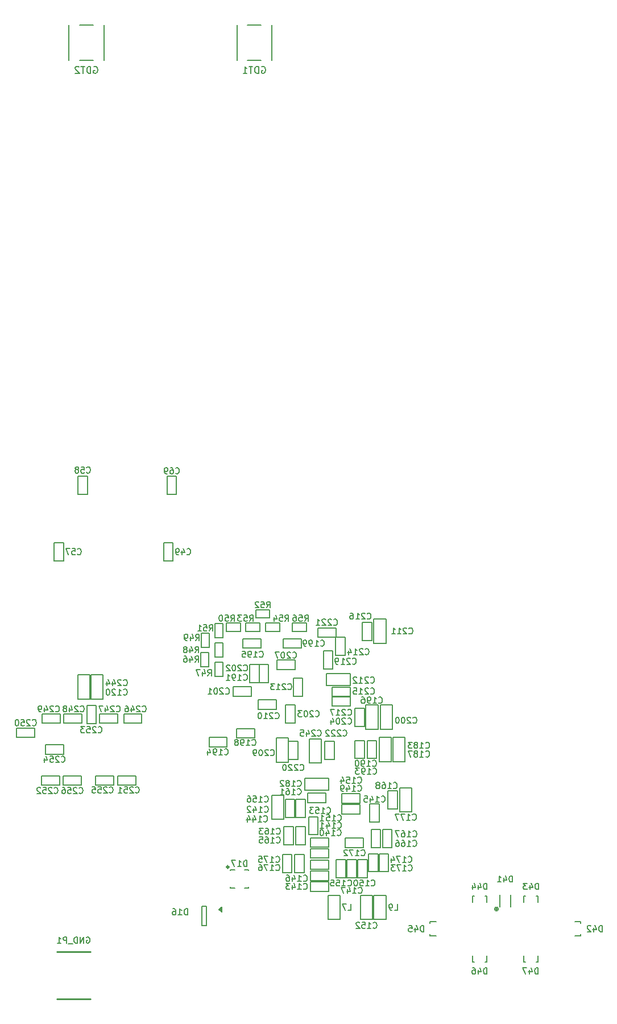
<source format=gbr>
G04 #@! TF.FileFunction,Legend,Bot*
%FSLAX46Y46*%
G04 Gerber Fmt 4.6, Leading zero omitted, Abs format (unit mm)*
G04 Created by KiCad (PCBNEW 4.0.7) date 02/12/19 19:11:39*
%MOMM*%
%LPD*%
G01*
G04 APERTURE LIST*
%ADD10C,0.100000*%
%ADD11C,0.203200*%
%ADD12C,0.200000*%
%ADD13C,0.300000*%
%ADD14C,0.254000*%
%ADD15C,0.150000*%
%ADD16C,0.127000*%
G04 APERTURE END LIST*
D10*
D11*
X29300000Y-124650000D02*
X30700000Y-124650000D01*
X30700000Y-124650000D02*
X30700000Y-121950000D01*
X30700000Y-121950000D02*
X29300000Y-121950000D01*
X29300000Y-121950000D02*
X29300000Y-124650000D01*
D12*
X58250000Y-170587500D02*
X58250000Y-170737500D01*
X58250000Y-170587500D02*
X57600000Y-170587500D01*
X55550000Y-170587500D02*
X55550000Y-170737500D01*
X55550000Y-170587500D02*
X56200000Y-170587500D01*
X55550000Y-173287500D02*
X55550000Y-173137500D01*
X55550000Y-173287500D02*
X56200000Y-173287500D01*
X58250000Y-173287500D02*
X57600000Y-173287500D01*
X58250000Y-173287500D02*
X58250000Y-173137500D01*
D13*
X55291421Y-170187500D02*
G75*
G03X55291421Y-170187500I-141421J0D01*
G01*
D11*
X67200000Y-165400000D02*
X68600000Y-165400000D01*
X68600000Y-165400000D02*
X68600000Y-162700000D01*
X68600000Y-162700000D02*
X67200000Y-162700000D01*
X67200000Y-162700000D02*
X67200000Y-165400000D01*
X74500000Y-171788000D02*
X75900000Y-171788000D01*
X75900000Y-171788000D02*
X75900000Y-169088000D01*
X75900000Y-169088000D02*
X74500000Y-169088000D01*
X74500000Y-169088000D02*
X74500000Y-171788000D01*
X78200000Y-167300000D02*
X79600000Y-167300000D01*
X79600000Y-167300000D02*
X79600000Y-164600000D01*
X79600000Y-164600000D02*
X78200000Y-164600000D01*
X78200000Y-164600000D02*
X78200000Y-167300000D01*
X52300000Y-138250000D02*
X51100000Y-138250000D01*
X52300000Y-138250000D02*
X52300000Y-140350000D01*
X52300000Y-140350000D02*
X51100000Y-140350000D01*
X51100000Y-140350000D02*
X51100000Y-138250000D01*
X53200000Y-141850000D02*
X54400000Y-141850000D01*
X53200000Y-141850000D02*
X53200000Y-139750000D01*
X53200000Y-139750000D02*
X54400000Y-139750000D01*
X54400000Y-139750000D02*
X54400000Y-141850000D01*
X54400000Y-136850000D02*
X53200000Y-136850000D01*
X54400000Y-136850000D02*
X54400000Y-138950000D01*
X54400000Y-138950000D02*
X53200000Y-138950000D01*
X53200000Y-138950000D02*
X53200000Y-136850000D01*
X52400000Y-135400000D02*
X51200000Y-135400000D01*
X52400000Y-135400000D02*
X52400000Y-137500000D01*
X52400000Y-137500000D02*
X51200000Y-137500000D01*
X51200000Y-137500000D02*
X51200000Y-135400000D01*
X57050000Y-135100000D02*
X57050000Y-133900000D01*
X57050000Y-135100000D02*
X54950000Y-135100000D01*
X54950000Y-135100000D02*
X54950000Y-133900000D01*
X54950000Y-133900000D02*
X57050000Y-133900000D01*
X53200000Y-136050000D02*
X54400000Y-136050000D01*
X53200000Y-136050000D02*
X53200000Y-133950000D01*
X53200000Y-133950000D02*
X54400000Y-133950000D01*
X54400000Y-133950000D02*
X54400000Y-136050000D01*
X61400000Y-133100000D02*
X61400000Y-131900000D01*
X61400000Y-133100000D02*
X59300000Y-133100000D01*
X59300000Y-133100000D02*
X59300000Y-131900000D01*
X59300000Y-131900000D02*
X61400000Y-131900000D01*
X59950000Y-135100000D02*
X59950000Y-133900000D01*
X59950000Y-135100000D02*
X57850000Y-135100000D01*
X57850000Y-135100000D02*
X57850000Y-133900000D01*
X57850000Y-133900000D02*
X59950000Y-133900000D01*
X62850000Y-135100000D02*
X62850000Y-133900000D01*
X62850000Y-135100000D02*
X60750000Y-135100000D01*
X60750000Y-135100000D02*
X60750000Y-133900000D01*
X60750000Y-133900000D02*
X62850000Y-133900000D01*
X66850000Y-135100000D02*
X66850000Y-133900000D01*
X66850000Y-135100000D02*
X64750000Y-135100000D01*
X64750000Y-135100000D02*
X64750000Y-133900000D01*
X64750000Y-133900000D02*
X66850000Y-133900000D01*
X76700000Y-174400000D02*
X74900000Y-174400000D01*
X74900000Y-174400000D02*
X74900000Y-178000000D01*
X74900000Y-178000000D02*
X76700000Y-178000000D01*
X76700000Y-178000000D02*
X76700000Y-174400000D01*
X61700000Y-163100000D02*
X63500000Y-163100000D01*
X63500000Y-163100000D02*
X63500000Y-159500000D01*
X63500000Y-159500000D02*
X61700000Y-159500000D01*
X61700000Y-159500000D02*
X61700000Y-163100000D01*
X70200000Y-158800000D02*
X70200000Y-157000000D01*
X70200000Y-157000000D02*
X66600000Y-157000000D01*
X66600000Y-157000000D02*
X66600000Y-158800000D01*
X66600000Y-158800000D02*
X70200000Y-158800000D01*
X81500000Y-150900000D02*
X79700000Y-150900000D01*
X79700000Y-150900000D02*
X79700000Y-154500000D01*
X79700000Y-154500000D02*
X81500000Y-154500000D01*
X81500000Y-154500000D02*
X81500000Y-150900000D01*
X79500000Y-150900000D02*
X77700000Y-150900000D01*
X77700000Y-150900000D02*
X77700000Y-154500000D01*
X77700000Y-154500000D02*
X79500000Y-154500000D01*
X79500000Y-154500000D02*
X79500000Y-150900000D01*
X77500000Y-146100000D02*
X75700000Y-146100000D01*
X75700000Y-146100000D02*
X75700000Y-149700000D01*
X75700000Y-149700000D02*
X77500000Y-149700000D01*
X77500000Y-149700000D02*
X77500000Y-146100000D01*
X79650000Y-146100000D02*
X77850000Y-146100000D01*
X77850000Y-146100000D02*
X77850000Y-149700000D01*
X77850000Y-149700000D02*
X79650000Y-149700000D01*
X79650000Y-149700000D02*
X79650000Y-146100000D01*
X64200000Y-151000000D02*
X62400000Y-151000000D01*
X62400000Y-151000000D02*
X62400000Y-154600000D01*
X62400000Y-154600000D02*
X64200000Y-154600000D01*
X64200000Y-154600000D02*
X64200000Y-151000000D01*
X76900000Y-136900000D02*
X78700000Y-136900000D01*
X78700000Y-136900000D02*
X78700000Y-133300000D01*
X78700000Y-133300000D02*
X76900000Y-133300000D01*
X76900000Y-133300000D02*
X76900000Y-136900000D01*
X69800000Y-141400000D02*
X69800000Y-143200000D01*
X69800000Y-143200000D02*
X73400000Y-143200000D01*
X73400000Y-143200000D02*
X73400000Y-141400000D01*
X73400000Y-141400000D02*
X69800000Y-141400000D01*
X34800000Y-145200000D02*
X36600000Y-145200000D01*
X36600000Y-145200000D02*
X36600000Y-141600000D01*
X36600000Y-141600000D02*
X34800000Y-141600000D01*
X34800000Y-141600000D02*
X34800000Y-145200000D01*
X69100000Y-151100000D02*
X67300000Y-151100000D01*
X67300000Y-151100000D02*
X67300000Y-154700000D01*
X67300000Y-154700000D02*
X69100000Y-154700000D01*
X69100000Y-154700000D02*
X69100000Y-151100000D01*
X70050000Y-178000000D02*
X71850000Y-178000000D01*
X71850000Y-178000000D02*
X71850000Y-174400000D01*
X71850000Y-174400000D02*
X70050000Y-174400000D01*
X70050000Y-174400000D02*
X70050000Y-178000000D01*
X76900000Y-178000000D02*
X78700000Y-178000000D01*
X78700000Y-178000000D02*
X78700000Y-174400000D01*
X78700000Y-174400000D02*
X76900000Y-174400000D01*
X76900000Y-174400000D02*
X76900000Y-178000000D01*
X80750000Y-162000000D02*
X82550000Y-162000000D01*
X82550000Y-162000000D02*
X82550000Y-158400000D01*
X82550000Y-158400000D02*
X80750000Y-158400000D01*
X80750000Y-158400000D02*
X80750000Y-162000000D01*
X32800000Y-145200000D02*
X34600000Y-145200000D01*
X34600000Y-145200000D02*
X34600000Y-141600000D01*
X34600000Y-141600000D02*
X32800000Y-141600000D01*
X32800000Y-141600000D02*
X32800000Y-145200000D01*
X72900000Y-171788000D02*
X74300000Y-171788000D01*
X74300000Y-171788000D02*
X74300000Y-169088000D01*
X74300000Y-169088000D02*
X72900000Y-169088000D01*
X72900000Y-169088000D02*
X72900000Y-171788000D01*
X45600000Y-124650000D02*
X47000000Y-124650000D01*
X47000000Y-124650000D02*
X47000000Y-121950000D01*
X47000000Y-121950000D02*
X45600000Y-121950000D01*
X45600000Y-121950000D02*
X45600000Y-124650000D01*
X32849999Y-114700000D02*
X34249999Y-114700000D01*
X34249999Y-114700000D02*
X34249999Y-112000000D01*
X34249999Y-112000000D02*
X32849999Y-112000000D01*
X32849999Y-112000000D02*
X32849999Y-114700000D01*
X46100000Y-114700000D02*
X47500000Y-114700000D01*
X47500000Y-114700000D02*
X47500000Y-112000000D01*
X47500000Y-112000000D02*
X46100000Y-112000000D01*
X46100000Y-112000000D02*
X46100000Y-114700000D01*
X70150000Y-170550000D02*
X70150000Y-169150000D01*
X70150000Y-169150000D02*
X67450000Y-169150000D01*
X67450000Y-169150000D02*
X67450000Y-170550000D01*
X67450000Y-170550000D02*
X70150000Y-170550000D01*
X70150000Y-168850000D02*
X70150000Y-167450000D01*
X70150000Y-167450000D02*
X67450000Y-167450000D01*
X67450000Y-167450000D02*
X67450000Y-168850000D01*
X67450000Y-168850000D02*
X70150000Y-168850000D01*
X65100000Y-160100000D02*
X63700000Y-160100000D01*
X63700000Y-160100000D02*
X63700000Y-162800000D01*
X63700000Y-162800000D02*
X65100000Y-162800000D01*
X65100000Y-162800000D02*
X65100000Y-160100000D01*
X66700000Y-160100000D02*
X65300000Y-160100000D01*
X65300000Y-160100000D02*
X65300000Y-162800000D01*
X65300000Y-162800000D02*
X66700000Y-162800000D01*
X66700000Y-162800000D02*
X66700000Y-160100000D01*
X77700000Y-163500000D02*
X77700000Y-160800000D01*
X76300000Y-163500000D02*
X77700000Y-163500000D01*
X76300000Y-160800000D02*
X76300000Y-163500000D01*
X77700000Y-160800000D02*
X76300000Y-160800000D01*
X67450000Y-170800000D02*
X67450000Y-172200000D01*
X67450000Y-172200000D02*
X70150000Y-172200000D01*
X70150000Y-172200000D02*
X70150000Y-170800000D01*
X70150000Y-170800000D02*
X67450000Y-170800000D01*
X74850000Y-162300000D02*
X74850000Y-160900000D01*
X74850000Y-160900000D02*
X72150000Y-160900000D01*
X72150000Y-160900000D02*
X72150000Y-162300000D01*
X72150000Y-162300000D02*
X74850000Y-162300000D01*
X70150000Y-167250000D02*
X70150000Y-165850000D01*
X70150000Y-165850000D02*
X67450000Y-165850000D01*
X67450000Y-165850000D02*
X67450000Y-167250000D01*
X67450000Y-167250000D02*
X70150000Y-167250000D01*
X71300000Y-171788000D02*
X72700000Y-171788000D01*
X72700000Y-171788000D02*
X72700000Y-169088000D01*
X72700000Y-169088000D02*
X71300000Y-169088000D01*
X71300000Y-169088000D02*
X71300000Y-171788000D01*
X67050000Y-159200000D02*
X67050000Y-160600000D01*
X67050000Y-160600000D02*
X69750000Y-160600000D01*
X69750000Y-160600000D02*
X69750000Y-159200000D01*
X69750000Y-159200000D02*
X67050000Y-159200000D01*
X65300000Y-166900000D02*
X66700000Y-166900000D01*
X66700000Y-166900000D02*
X66700000Y-164200000D01*
X66700000Y-164200000D02*
X65300000Y-164200000D01*
X65300000Y-164200000D02*
X65300000Y-166900000D01*
X76500000Y-167300000D02*
X77900000Y-167300000D01*
X77900000Y-167300000D02*
X77900000Y-164600000D01*
X77900000Y-164600000D02*
X76500000Y-164600000D01*
X76500000Y-164600000D02*
X76500000Y-167300000D01*
X80400000Y-158850000D02*
X79000000Y-158850000D01*
X79000000Y-158850000D02*
X79000000Y-161550000D01*
X79000000Y-161550000D02*
X80400000Y-161550000D01*
X80400000Y-161550000D02*
X80400000Y-158850000D01*
X75350000Y-167300000D02*
X75350000Y-165900000D01*
X75350000Y-165900000D02*
X72650000Y-165900000D01*
X72650000Y-165900000D02*
X72650000Y-167300000D01*
X72650000Y-167300000D02*
X75350000Y-167300000D01*
X77700000Y-170900000D02*
X79100000Y-170900000D01*
X79100000Y-170900000D02*
X79100000Y-168200000D01*
X79100000Y-168200000D02*
X77700000Y-168200000D01*
X77700000Y-168200000D02*
X77700000Y-170900000D01*
X76100000Y-170900000D02*
X77500000Y-170900000D01*
X77500000Y-170900000D02*
X77500000Y-168200000D01*
X77500000Y-168200000D02*
X76100000Y-168200000D01*
X76100000Y-168200000D02*
X76100000Y-170900000D01*
X63300000Y-171000000D02*
X64700000Y-171000000D01*
X64700000Y-171000000D02*
X64700000Y-168300000D01*
X64700000Y-168300000D02*
X63300000Y-168300000D01*
X63300000Y-168300000D02*
X63300000Y-171000000D01*
X65100000Y-171000000D02*
X66500000Y-171000000D01*
X66500000Y-171000000D02*
X66500000Y-168300000D01*
X66500000Y-168300000D02*
X65100000Y-168300000D01*
X65100000Y-168300000D02*
X65100000Y-171000000D01*
X74100000Y-154050000D02*
X75500000Y-154050000D01*
X75500000Y-154050000D02*
X75500000Y-151350000D01*
X75500000Y-151350000D02*
X74100000Y-151350000D01*
X74100000Y-151350000D02*
X74100000Y-154050000D01*
X58400000Y-142750000D02*
X59800000Y-142750000D01*
X59800000Y-142750000D02*
X59800000Y-140050000D01*
X59800000Y-140050000D02*
X58400000Y-140050000D01*
X58400000Y-140050000D02*
X58400000Y-142750000D01*
X75900000Y-154050000D02*
X77300000Y-154050000D01*
X77300000Y-154050000D02*
X77300000Y-151350000D01*
X77300000Y-151350000D02*
X75900000Y-151350000D01*
X75900000Y-151350000D02*
X75900000Y-154050000D01*
X52350000Y-150900000D02*
X52350000Y-152300000D01*
X52350000Y-152300000D02*
X55050000Y-152300000D01*
X55050000Y-152300000D02*
X55050000Y-150900000D01*
X55050000Y-150900000D02*
X52350000Y-150900000D01*
X56450000Y-149600000D02*
X56450000Y-151000000D01*
X56450000Y-151000000D02*
X59150000Y-151000000D01*
X59150000Y-151000000D02*
X59150000Y-149600000D01*
X59150000Y-149600000D02*
X56450000Y-149600000D01*
X66100000Y-136200000D02*
X63400000Y-136200000D01*
X66100000Y-137600000D02*
X66100000Y-136200000D01*
X63400000Y-137600000D02*
X66100000Y-137600000D01*
X63400000Y-136200000D02*
X63400000Y-137600000D01*
X58650000Y-144750000D02*
X58650000Y-143350000D01*
X58650000Y-143350000D02*
X55950000Y-143350000D01*
X55950000Y-143350000D02*
X55950000Y-144750000D01*
X55950000Y-144750000D02*
X58650000Y-144750000D01*
X59800000Y-142750000D02*
X61200000Y-142750000D01*
X61200000Y-142750000D02*
X61200000Y-140050000D01*
X61200000Y-140050000D02*
X59800000Y-140050000D01*
X59800000Y-140050000D02*
X59800000Y-142750000D01*
X63750000Y-148750000D02*
X65150000Y-148750000D01*
X65150000Y-148750000D02*
X65150000Y-146050000D01*
X65150000Y-146050000D02*
X63750000Y-146050000D01*
X63750000Y-146050000D02*
X63750000Y-148750000D01*
X74100000Y-149250000D02*
X75500000Y-149250000D01*
X75500000Y-149250000D02*
X75500000Y-146550000D01*
X75500000Y-146550000D02*
X74100000Y-146550000D01*
X74100000Y-146550000D02*
X74100000Y-149250000D01*
X65150000Y-140800000D02*
X65150000Y-139400000D01*
X65150000Y-139400000D02*
X62450000Y-139400000D01*
X62450000Y-139400000D02*
X62450000Y-140800000D01*
X62450000Y-140800000D02*
X65150000Y-140800000D01*
X62350000Y-146700000D02*
X62350000Y-145300000D01*
X62350000Y-145300000D02*
X59650000Y-145300000D01*
X59650000Y-145300000D02*
X59650000Y-146700000D01*
X59650000Y-146700000D02*
X62350000Y-146700000D01*
X66299999Y-142050000D02*
X64899999Y-142050000D01*
X64899999Y-142050000D02*
X64899999Y-144750000D01*
X64899999Y-144750000D02*
X66299999Y-144750000D01*
X66299999Y-144750000D02*
X66299999Y-142050000D01*
X71200000Y-138650000D02*
X72600000Y-138650000D01*
X72600000Y-138650000D02*
X72600000Y-135950000D01*
X72600000Y-135950000D02*
X71200000Y-135950000D01*
X71200000Y-135950000D02*
X71200000Y-138650000D01*
X73350000Y-144800000D02*
X73350000Y-143400000D01*
X73350000Y-143400000D02*
X70650000Y-143400000D01*
X70650000Y-143400000D02*
X70650000Y-144800000D01*
X70650000Y-144800000D02*
X73350000Y-144800000D01*
X76600000Y-133750000D02*
X75200000Y-133750000D01*
X75200000Y-133750000D02*
X75200000Y-136450000D01*
X75200000Y-136450000D02*
X76600000Y-136450000D01*
X76600000Y-136450000D02*
X76600000Y-133750000D01*
X73350000Y-146250000D02*
X73350000Y-144850000D01*
X73350000Y-144850000D02*
X70650000Y-144850000D01*
X70650000Y-144850000D02*
X70650000Y-146250000D01*
X70650000Y-146250000D02*
X73350000Y-146250000D01*
X70800000Y-138050000D02*
X69400000Y-138050000D01*
X69400000Y-138050000D02*
X69400000Y-140750000D01*
X69400000Y-140750000D02*
X70800000Y-140750000D01*
X70800000Y-140750000D02*
X70800000Y-138050000D01*
X64200000Y-154150000D02*
X65600000Y-154150000D01*
X65600000Y-154150000D02*
X65600000Y-151450000D01*
X65600000Y-151450000D02*
X64200000Y-151450000D01*
X64200000Y-151450000D02*
X64200000Y-154150000D01*
X68550000Y-134600000D02*
X68550000Y-136000000D01*
X68550000Y-136000000D02*
X71250000Y-136000000D01*
X71250000Y-136000000D02*
X71250000Y-134600000D01*
X71250000Y-134600000D02*
X68550000Y-134600000D01*
X69600000Y-154150000D02*
X71000000Y-154150000D01*
X71000000Y-154150000D02*
X71000000Y-151450000D01*
X71000000Y-151450000D02*
X69600000Y-151450000D01*
X69600000Y-151450000D02*
X69600000Y-154150000D01*
X39650000Y-147400000D02*
X39650000Y-148800000D01*
X39650000Y-148800000D02*
X42350000Y-148800000D01*
X42350000Y-148800000D02*
X42350000Y-147400000D01*
X42350000Y-147400000D02*
X39650000Y-147400000D01*
X38750000Y-148800000D02*
X38750000Y-147400000D01*
X38750000Y-147400000D02*
X36050000Y-147400000D01*
X36050000Y-147400000D02*
X36050000Y-148800000D01*
X36050000Y-148800000D02*
X38750000Y-148800000D01*
X33399999Y-148800000D02*
X33399999Y-147400000D01*
X33399999Y-147400000D02*
X30699999Y-147400000D01*
X30699999Y-147400000D02*
X30699999Y-148800000D01*
X30699999Y-148800000D02*
X33399999Y-148800000D01*
X27500000Y-147400000D02*
X27500000Y-148800000D01*
X27500000Y-148800000D02*
X30200000Y-148800000D01*
X30200000Y-148800000D02*
X30200000Y-147400000D01*
X30200000Y-147400000D02*
X27500000Y-147400000D01*
X41450000Y-158000000D02*
X41450000Y-156600000D01*
X41450000Y-156600000D02*
X38750000Y-156600000D01*
X38750000Y-156600000D02*
X38750000Y-158000000D01*
X38750000Y-158000000D02*
X41450000Y-158000000D01*
X27400000Y-156600000D02*
X27400000Y-158000000D01*
X27400000Y-158000000D02*
X30100000Y-158000000D01*
X30100000Y-158000000D02*
X30100000Y-156600000D01*
X30100000Y-156600000D02*
X27400000Y-156600000D01*
X23700000Y-149500000D02*
X23700000Y-150900000D01*
X23700000Y-150900000D02*
X26400000Y-150900000D01*
X26400000Y-150900000D02*
X26400000Y-149500000D01*
X26400000Y-149500000D02*
X23700000Y-149500000D01*
X35450000Y-156600000D02*
X35450000Y-158000000D01*
X35450000Y-158000000D02*
X38150000Y-158000000D01*
X38150000Y-158000000D02*
X38150000Y-156600000D01*
X38150000Y-156600000D02*
X35450000Y-156600000D01*
X33350000Y-158000000D02*
X33350000Y-156600000D01*
X33350000Y-156600000D02*
X30650000Y-156600000D01*
X30650000Y-156600000D02*
X30650000Y-158000000D01*
X30650000Y-158000000D02*
X33350000Y-158000000D01*
X34150000Y-148850000D02*
X35550000Y-148850000D01*
X35550000Y-148850000D02*
X35550000Y-146150000D01*
X35550000Y-146150000D02*
X34150000Y-146150000D01*
X34150000Y-146150000D02*
X34150000Y-148850000D01*
X28000000Y-152000000D02*
X28000000Y-153400000D01*
X28000000Y-153400000D02*
X30700000Y-153400000D01*
X30700000Y-153400000D02*
X30700000Y-152000000D01*
X30700000Y-152000000D02*
X28000000Y-152000000D01*
X74850000Y-160700000D02*
X74850000Y-159300000D01*
X74850000Y-159300000D02*
X72150000Y-159300000D01*
X72150000Y-159300000D02*
X72150000Y-160700000D01*
X72150000Y-160700000D02*
X74850000Y-160700000D01*
X63500000Y-166900000D02*
X64900000Y-166900000D01*
X64900000Y-166900000D02*
X64900000Y-164200000D01*
X64900000Y-164200000D02*
X63500000Y-164200000D01*
X63500000Y-164200000D02*
X63500000Y-166900000D01*
X57400000Y-137600000D02*
X60100000Y-137600000D01*
X57400000Y-136200000D02*
X57400000Y-137600000D01*
X60100000Y-136200000D02*
X57400000Y-136200000D01*
X60100000Y-137600000D02*
X60100000Y-136200000D01*
X67450000Y-172400000D02*
X67450000Y-173800000D01*
X67450000Y-173800000D02*
X70150000Y-173800000D01*
X70150000Y-173800000D02*
X70150000Y-172400000D01*
X70150000Y-172400000D02*
X67450000Y-172400000D01*
X101050000Y-184300000D02*
X101300000Y-184300000D01*
X99200000Y-184300000D02*
X99450000Y-184300000D01*
X99200000Y-184300000D02*
X99200000Y-183400000D01*
X101300000Y-184300000D02*
X101300000Y-183400000D01*
X93450000Y-184300000D02*
X93700000Y-184300000D01*
X91600000Y-184300000D02*
X91850000Y-184300000D01*
X91600000Y-184300000D02*
X91600000Y-183400000D01*
X93700000Y-184300000D02*
X93700000Y-183400000D01*
X85250000Y-180200000D02*
X85250000Y-180450000D01*
X85250000Y-178350000D02*
X85250000Y-178600000D01*
X85250000Y-178350000D02*
X86150000Y-178350000D01*
X85250000Y-180450000D02*
X86150000Y-180450000D01*
X91850000Y-174500000D02*
X91600000Y-174500000D01*
X93700000Y-174500000D02*
X93450000Y-174500000D01*
X93700000Y-174500000D02*
X93700000Y-175400000D01*
X91600000Y-174500000D02*
X91600000Y-175400000D01*
X99500000Y-174500000D02*
X99250000Y-174500000D01*
X101350000Y-174500000D02*
X101100000Y-174500000D01*
X101350000Y-174500000D02*
X101350000Y-175400000D01*
X99250000Y-174500000D02*
X99250000Y-175400000D01*
X107700000Y-178600000D02*
X107700000Y-178350000D01*
X107700000Y-180450000D02*
X107700000Y-180200000D01*
X107700000Y-180450000D02*
X106800000Y-180450000D01*
X107700000Y-178350000D02*
X106800000Y-178350000D01*
X95430981Y-176432000D02*
G75*
G03X95430981Y-176432000I-283981J0D01*
G01*
X95274000Y-176432000D02*
G75*
G03X95274000Y-176432000I-127000J0D01*
G01*
X97250000Y-176100000D02*
X97250000Y-174300000D01*
X95650000Y-174300000D02*
X95650000Y-176100000D01*
D14*
X34700000Y-182800000D02*
X29700000Y-182800000D01*
X34700000Y-189800000D02*
X29700000Y-189800000D01*
D11*
X53863000Y-176534000D02*
X54117000Y-176661000D01*
X54117000Y-176661000D02*
X54117000Y-176407000D01*
X53863000Y-176534000D02*
X54244000Y-176153000D01*
X54244000Y-176153000D02*
X54244000Y-176915000D01*
X54244000Y-176915000D02*
X53863000Y-176534000D01*
X53863000Y-176534000D02*
X54117000Y-176407000D01*
D15*
X51300000Y-176050000D02*
X52000000Y-176050000D01*
X51300000Y-178950000D02*
X51300000Y-176050000D01*
X52000000Y-178950000D02*
X51300000Y-178950000D01*
X52000000Y-176050000D02*
X52000000Y-178950000D01*
D11*
X56500000Y-44900000D02*
X56500000Y-50100000D01*
X61700000Y-50100000D02*
X61700000Y-44900000D01*
X60100000Y-44900000D02*
X58100000Y-44900000D01*
X60100000Y-50100000D02*
X58100000Y-50100000D01*
X31500000Y-44900000D02*
X31500000Y-50100000D01*
X36700000Y-50100000D02*
X36700000Y-44900000D01*
X35100000Y-44900000D02*
X33100000Y-44900000D01*
X35100000Y-50100000D02*
X33100000Y-50100000D01*
D16*
X32778572Y-123621429D02*
X32821429Y-123664286D01*
X32950000Y-123707143D01*
X33035714Y-123707143D01*
X33164286Y-123664286D01*
X33250000Y-123578571D01*
X33292857Y-123492857D01*
X33335714Y-123321429D01*
X33335714Y-123192857D01*
X33292857Y-123021429D01*
X33250000Y-122935714D01*
X33164286Y-122850000D01*
X33035714Y-122807143D01*
X32950000Y-122807143D01*
X32821429Y-122850000D01*
X32778572Y-122892857D01*
X31964286Y-122807143D02*
X32392857Y-122807143D01*
X32435714Y-123235714D01*
X32392857Y-123192857D01*
X32307143Y-123150000D01*
X32092857Y-123150000D01*
X32007143Y-123192857D01*
X31964286Y-123235714D01*
X31921429Y-123321429D01*
X31921429Y-123535714D01*
X31964286Y-123621429D01*
X32007143Y-123664286D01*
X32092857Y-123707143D01*
X32307143Y-123707143D01*
X32392857Y-123664286D01*
X32435714Y-123621429D01*
X31621429Y-122807143D02*
X31021429Y-122807143D01*
X31407143Y-123707143D01*
X57992857Y-170107143D02*
X57992857Y-169207143D01*
X57778572Y-169207143D01*
X57650000Y-169250000D01*
X57564286Y-169335714D01*
X57521429Y-169421429D01*
X57478572Y-169592857D01*
X57478572Y-169721429D01*
X57521429Y-169892857D01*
X57564286Y-169978571D01*
X57650000Y-170064286D01*
X57778572Y-170107143D01*
X57992857Y-170107143D01*
X56621429Y-170107143D02*
X57135714Y-170107143D01*
X56878572Y-170107143D02*
X56878572Y-169207143D01*
X56964286Y-169335714D01*
X57050000Y-169421429D01*
X57135714Y-169464286D01*
X56321429Y-169207143D02*
X55721429Y-169207143D01*
X56107143Y-170107143D01*
X69907143Y-162121429D02*
X69950000Y-162164286D01*
X70078571Y-162207143D01*
X70164285Y-162207143D01*
X70292857Y-162164286D01*
X70378571Y-162078571D01*
X70421428Y-161992857D01*
X70464285Y-161821429D01*
X70464285Y-161692857D01*
X70421428Y-161521429D01*
X70378571Y-161435714D01*
X70292857Y-161350000D01*
X70164285Y-161307143D01*
X70078571Y-161307143D01*
X69950000Y-161350000D01*
X69907143Y-161392857D01*
X69050000Y-162207143D02*
X69564285Y-162207143D01*
X69307143Y-162207143D02*
X69307143Y-161307143D01*
X69392857Y-161435714D01*
X69478571Y-161521429D01*
X69564285Y-161564286D01*
X68235714Y-161307143D02*
X68664285Y-161307143D01*
X68707142Y-161735714D01*
X68664285Y-161692857D01*
X68578571Y-161650000D01*
X68364285Y-161650000D01*
X68278571Y-161692857D01*
X68235714Y-161735714D01*
X68192857Y-161821429D01*
X68192857Y-162035714D01*
X68235714Y-162121429D01*
X68278571Y-162164286D01*
X68364285Y-162207143D01*
X68578571Y-162207143D01*
X68664285Y-162164286D01*
X68707142Y-162121429D01*
X67892857Y-161307143D02*
X67335714Y-161307143D01*
X67635714Y-161650000D01*
X67507142Y-161650000D01*
X67421428Y-161692857D01*
X67378571Y-161735714D01*
X67335714Y-161821429D01*
X67335714Y-162035714D01*
X67378571Y-162121429D01*
X67421428Y-162164286D01*
X67507142Y-162207143D01*
X67764285Y-162207143D01*
X67849999Y-162164286D01*
X67892857Y-162121429D01*
X76507143Y-172921429D02*
X76550000Y-172964286D01*
X76678571Y-173007143D01*
X76764285Y-173007143D01*
X76892857Y-172964286D01*
X76978571Y-172878571D01*
X77021428Y-172792857D01*
X77064285Y-172621429D01*
X77064285Y-172492857D01*
X77021428Y-172321429D01*
X76978571Y-172235714D01*
X76892857Y-172150000D01*
X76764285Y-172107143D01*
X76678571Y-172107143D01*
X76550000Y-172150000D01*
X76507143Y-172192857D01*
X75650000Y-173007143D02*
X76164285Y-173007143D01*
X75907143Y-173007143D02*
X75907143Y-172107143D01*
X75992857Y-172235714D01*
X76078571Y-172321429D01*
X76164285Y-172364286D01*
X74835714Y-172107143D02*
X75264285Y-172107143D01*
X75307142Y-172535714D01*
X75264285Y-172492857D01*
X75178571Y-172450000D01*
X74964285Y-172450000D01*
X74878571Y-172492857D01*
X74835714Y-172535714D01*
X74792857Y-172621429D01*
X74792857Y-172835714D01*
X74835714Y-172921429D01*
X74878571Y-172964286D01*
X74964285Y-173007143D01*
X75178571Y-173007143D01*
X75264285Y-172964286D01*
X75307142Y-172921429D01*
X74235714Y-172107143D02*
X74149999Y-172107143D01*
X74064285Y-172150000D01*
X74021428Y-172192857D01*
X73978571Y-172278571D01*
X73935714Y-172450000D01*
X73935714Y-172664286D01*
X73978571Y-172835714D01*
X74021428Y-172921429D01*
X74064285Y-172964286D01*
X74149999Y-173007143D01*
X74235714Y-173007143D01*
X74321428Y-172964286D01*
X74364285Y-172921429D01*
X74407142Y-172835714D01*
X74449999Y-172664286D01*
X74449999Y-172450000D01*
X74407142Y-172278571D01*
X74364285Y-172192857D01*
X74321428Y-172150000D01*
X74235714Y-172107143D01*
X82707143Y-167021429D02*
X82750000Y-167064286D01*
X82878571Y-167107143D01*
X82964285Y-167107143D01*
X83092857Y-167064286D01*
X83178571Y-166978571D01*
X83221428Y-166892857D01*
X83264285Y-166721429D01*
X83264285Y-166592857D01*
X83221428Y-166421429D01*
X83178571Y-166335714D01*
X83092857Y-166250000D01*
X82964285Y-166207143D01*
X82878571Y-166207143D01*
X82750000Y-166250000D01*
X82707143Y-166292857D01*
X81850000Y-167107143D02*
X82364285Y-167107143D01*
X82107143Y-167107143D02*
X82107143Y-166207143D01*
X82192857Y-166335714D01*
X82278571Y-166421429D01*
X82364285Y-166464286D01*
X81078571Y-166207143D02*
X81250000Y-166207143D01*
X81335714Y-166250000D01*
X81378571Y-166292857D01*
X81464285Y-166421429D01*
X81507142Y-166592857D01*
X81507142Y-166935714D01*
X81464285Y-167021429D01*
X81421428Y-167064286D01*
X81335714Y-167107143D01*
X81164285Y-167107143D01*
X81078571Y-167064286D01*
X81035714Y-167021429D01*
X80992857Y-166935714D01*
X80992857Y-166721429D01*
X81035714Y-166635714D01*
X81078571Y-166592857D01*
X81164285Y-166550000D01*
X81335714Y-166550000D01*
X81421428Y-166592857D01*
X81464285Y-166635714D01*
X81507142Y-166721429D01*
X80221428Y-166207143D02*
X80392857Y-166207143D01*
X80478571Y-166250000D01*
X80521428Y-166292857D01*
X80607142Y-166421429D01*
X80649999Y-166592857D01*
X80649999Y-166935714D01*
X80607142Y-167021429D01*
X80564285Y-167064286D01*
X80478571Y-167107143D01*
X80307142Y-167107143D01*
X80221428Y-167064286D01*
X80178571Y-167021429D01*
X80135714Y-166935714D01*
X80135714Y-166721429D01*
X80178571Y-166635714D01*
X80221428Y-166592857D01*
X80307142Y-166550000D01*
X80478571Y-166550000D01*
X80564285Y-166592857D01*
X80607142Y-166635714D01*
X80649999Y-166721429D01*
X50278572Y-139707143D02*
X50578572Y-139278571D01*
X50792857Y-139707143D02*
X50792857Y-138807143D01*
X50450000Y-138807143D01*
X50364286Y-138850000D01*
X50321429Y-138892857D01*
X50278572Y-138978571D01*
X50278572Y-139107143D01*
X50321429Y-139192857D01*
X50364286Y-139235714D01*
X50450000Y-139278571D01*
X50792857Y-139278571D01*
X49507143Y-139107143D02*
X49507143Y-139707143D01*
X49721429Y-138764286D02*
X49935714Y-139407143D01*
X49378572Y-139407143D01*
X48650000Y-138807143D02*
X48821429Y-138807143D01*
X48907143Y-138850000D01*
X48950000Y-138892857D01*
X49035714Y-139021429D01*
X49078571Y-139192857D01*
X49078571Y-139535714D01*
X49035714Y-139621429D01*
X48992857Y-139664286D01*
X48907143Y-139707143D01*
X48735714Y-139707143D01*
X48650000Y-139664286D01*
X48607143Y-139621429D01*
X48564286Y-139535714D01*
X48564286Y-139321429D01*
X48607143Y-139235714D01*
X48650000Y-139192857D01*
X48735714Y-139150000D01*
X48907143Y-139150000D01*
X48992857Y-139192857D01*
X49035714Y-139235714D01*
X49078571Y-139321429D01*
X52178572Y-141707143D02*
X52478572Y-141278571D01*
X52692857Y-141707143D02*
X52692857Y-140807143D01*
X52350000Y-140807143D01*
X52264286Y-140850000D01*
X52221429Y-140892857D01*
X52178572Y-140978571D01*
X52178572Y-141107143D01*
X52221429Y-141192857D01*
X52264286Y-141235714D01*
X52350000Y-141278571D01*
X52692857Y-141278571D01*
X51407143Y-141107143D02*
X51407143Y-141707143D01*
X51621429Y-140764286D02*
X51835714Y-141407143D01*
X51278572Y-141407143D01*
X51021429Y-140807143D02*
X50421429Y-140807143D01*
X50807143Y-141707143D01*
X50278572Y-138307143D02*
X50578572Y-137878571D01*
X50792857Y-138307143D02*
X50792857Y-137407143D01*
X50450000Y-137407143D01*
X50364286Y-137450000D01*
X50321429Y-137492857D01*
X50278572Y-137578571D01*
X50278572Y-137707143D01*
X50321429Y-137792857D01*
X50364286Y-137835714D01*
X50450000Y-137878571D01*
X50792857Y-137878571D01*
X49507143Y-137707143D02*
X49507143Y-138307143D01*
X49721429Y-137364286D02*
X49935714Y-138007143D01*
X49378572Y-138007143D01*
X48907143Y-137792857D02*
X48992857Y-137750000D01*
X49035714Y-137707143D01*
X49078571Y-137621429D01*
X49078571Y-137578571D01*
X49035714Y-137492857D01*
X48992857Y-137450000D01*
X48907143Y-137407143D01*
X48735714Y-137407143D01*
X48650000Y-137450000D01*
X48607143Y-137492857D01*
X48564286Y-137578571D01*
X48564286Y-137621429D01*
X48607143Y-137707143D01*
X48650000Y-137750000D01*
X48735714Y-137792857D01*
X48907143Y-137792857D01*
X48992857Y-137835714D01*
X49035714Y-137878571D01*
X49078571Y-137964286D01*
X49078571Y-138135714D01*
X49035714Y-138221429D01*
X48992857Y-138264286D01*
X48907143Y-138307143D01*
X48735714Y-138307143D01*
X48650000Y-138264286D01*
X48607143Y-138221429D01*
X48564286Y-138135714D01*
X48564286Y-137964286D01*
X48607143Y-137878571D01*
X48650000Y-137835714D01*
X48735714Y-137792857D01*
X50378572Y-136457143D02*
X50678572Y-136028571D01*
X50892857Y-136457143D02*
X50892857Y-135557143D01*
X50550000Y-135557143D01*
X50464286Y-135600000D01*
X50421429Y-135642857D01*
X50378572Y-135728571D01*
X50378572Y-135857143D01*
X50421429Y-135942857D01*
X50464286Y-135985714D01*
X50550000Y-136028571D01*
X50892857Y-136028571D01*
X49607143Y-135857143D02*
X49607143Y-136457143D01*
X49821429Y-135514286D02*
X50035714Y-136157143D01*
X49478572Y-136157143D01*
X49092857Y-136457143D02*
X48921429Y-136457143D01*
X48835714Y-136414286D01*
X48792857Y-136371429D01*
X48707143Y-136242857D01*
X48664286Y-136071429D01*
X48664286Y-135728571D01*
X48707143Y-135642857D01*
X48750000Y-135600000D01*
X48835714Y-135557143D01*
X49007143Y-135557143D01*
X49092857Y-135600000D01*
X49135714Y-135642857D01*
X49178571Y-135728571D01*
X49178571Y-135942857D01*
X49135714Y-136028571D01*
X49092857Y-136071429D01*
X49007143Y-136114286D01*
X48835714Y-136114286D01*
X48750000Y-136071429D01*
X48707143Y-136028571D01*
X48664286Y-135942857D01*
X55578572Y-133607141D02*
X55878572Y-133178569D01*
X56092857Y-133607141D02*
X56092857Y-132707141D01*
X55750000Y-132707141D01*
X55664286Y-132749998D01*
X55621429Y-132792855D01*
X55578572Y-132878569D01*
X55578572Y-133007141D01*
X55621429Y-133092855D01*
X55664286Y-133135712D01*
X55750000Y-133178569D01*
X56092857Y-133178569D01*
X54764286Y-132707141D02*
X55192857Y-132707141D01*
X55235714Y-133135712D01*
X55192857Y-133092855D01*
X55107143Y-133049998D01*
X54892857Y-133049998D01*
X54807143Y-133092855D01*
X54764286Y-133135712D01*
X54721429Y-133221427D01*
X54721429Y-133435712D01*
X54764286Y-133521427D01*
X54807143Y-133564284D01*
X54892857Y-133607141D01*
X55107143Y-133607141D01*
X55192857Y-133564284D01*
X55235714Y-133521427D01*
X54164286Y-132707141D02*
X54078571Y-132707141D01*
X53992857Y-132749998D01*
X53950000Y-132792855D01*
X53907143Y-132878569D01*
X53864286Y-133049998D01*
X53864286Y-133264284D01*
X53907143Y-133435712D01*
X53950000Y-133521427D01*
X53992857Y-133564284D01*
X54078571Y-133607141D01*
X54164286Y-133607141D01*
X54250000Y-133564284D01*
X54292857Y-133521427D01*
X54335714Y-133435712D01*
X54378571Y-133264284D01*
X54378571Y-133049998D01*
X54335714Y-132878569D01*
X54292857Y-132792855D01*
X54250000Y-132749998D01*
X54164286Y-132707141D01*
X52378572Y-135057143D02*
X52678572Y-134628571D01*
X52892857Y-135057143D02*
X52892857Y-134157143D01*
X52550000Y-134157143D01*
X52464286Y-134200000D01*
X52421429Y-134242857D01*
X52378572Y-134328571D01*
X52378572Y-134457143D01*
X52421429Y-134542857D01*
X52464286Y-134585714D01*
X52550000Y-134628571D01*
X52892857Y-134628571D01*
X51564286Y-134157143D02*
X51992857Y-134157143D01*
X52035714Y-134585714D01*
X51992857Y-134542857D01*
X51907143Y-134500000D01*
X51692857Y-134500000D01*
X51607143Y-134542857D01*
X51564286Y-134585714D01*
X51521429Y-134671429D01*
X51521429Y-134885714D01*
X51564286Y-134971429D01*
X51607143Y-135014286D01*
X51692857Y-135057143D01*
X51907143Y-135057143D01*
X51992857Y-135014286D01*
X52035714Y-134971429D01*
X50664286Y-135057143D02*
X51178571Y-135057143D01*
X50921429Y-135057143D02*
X50921429Y-134157143D01*
X51007143Y-134285714D01*
X51092857Y-134371429D01*
X51178571Y-134414286D01*
X60928572Y-131607141D02*
X61228572Y-131178569D01*
X61442857Y-131607141D02*
X61442857Y-130707141D01*
X61100000Y-130707141D01*
X61014286Y-130749998D01*
X60971429Y-130792855D01*
X60928572Y-130878569D01*
X60928572Y-131007141D01*
X60971429Y-131092855D01*
X61014286Y-131135712D01*
X61100000Y-131178569D01*
X61442857Y-131178569D01*
X60114286Y-130707141D02*
X60542857Y-130707141D01*
X60585714Y-131135712D01*
X60542857Y-131092855D01*
X60457143Y-131049998D01*
X60242857Y-131049998D01*
X60157143Y-131092855D01*
X60114286Y-131135712D01*
X60071429Y-131221427D01*
X60071429Y-131435712D01*
X60114286Y-131521427D01*
X60157143Y-131564284D01*
X60242857Y-131607141D01*
X60457143Y-131607141D01*
X60542857Y-131564284D01*
X60585714Y-131521427D01*
X59728571Y-130792855D02*
X59685714Y-130749998D01*
X59600000Y-130707141D01*
X59385714Y-130707141D01*
X59300000Y-130749998D01*
X59257143Y-130792855D01*
X59214286Y-130878569D01*
X59214286Y-130964284D01*
X59257143Y-131092855D01*
X59771429Y-131607141D01*
X59214286Y-131607141D01*
X58378572Y-133607141D02*
X58678572Y-133178569D01*
X58892857Y-133607141D02*
X58892857Y-132707141D01*
X58550000Y-132707141D01*
X58464286Y-132749998D01*
X58421429Y-132792855D01*
X58378572Y-132878569D01*
X58378572Y-133007141D01*
X58421429Y-133092855D01*
X58464286Y-133135712D01*
X58550000Y-133178569D01*
X58892857Y-133178569D01*
X57564286Y-132707141D02*
X57992857Y-132707141D01*
X58035714Y-133135712D01*
X57992857Y-133092855D01*
X57907143Y-133049998D01*
X57692857Y-133049998D01*
X57607143Y-133092855D01*
X57564286Y-133135712D01*
X57521429Y-133221427D01*
X57521429Y-133435712D01*
X57564286Y-133521427D01*
X57607143Y-133564284D01*
X57692857Y-133607141D01*
X57907143Y-133607141D01*
X57992857Y-133564284D01*
X58035714Y-133521427D01*
X57221429Y-132707141D02*
X56664286Y-132707141D01*
X56964286Y-133049998D01*
X56835714Y-133049998D01*
X56750000Y-133092855D01*
X56707143Y-133135712D01*
X56664286Y-133221427D01*
X56664286Y-133435712D01*
X56707143Y-133521427D01*
X56750000Y-133564284D01*
X56835714Y-133607141D01*
X57092857Y-133607141D01*
X57178571Y-133564284D01*
X57221429Y-133521427D01*
X63678572Y-133607141D02*
X63978572Y-133178569D01*
X64192857Y-133607141D02*
X64192857Y-132707141D01*
X63850000Y-132707141D01*
X63764286Y-132749998D01*
X63721429Y-132792855D01*
X63678572Y-132878569D01*
X63678572Y-133007141D01*
X63721429Y-133092855D01*
X63764286Y-133135712D01*
X63850000Y-133178569D01*
X64192857Y-133178569D01*
X62864286Y-132707141D02*
X63292857Y-132707141D01*
X63335714Y-133135712D01*
X63292857Y-133092855D01*
X63207143Y-133049998D01*
X62992857Y-133049998D01*
X62907143Y-133092855D01*
X62864286Y-133135712D01*
X62821429Y-133221427D01*
X62821429Y-133435712D01*
X62864286Y-133521427D01*
X62907143Y-133564284D01*
X62992857Y-133607141D01*
X63207143Y-133607141D01*
X63292857Y-133564284D01*
X63335714Y-133521427D01*
X62050000Y-133007141D02*
X62050000Y-133607141D01*
X62264286Y-132664284D02*
X62478571Y-133307141D01*
X61921429Y-133307141D01*
X66578572Y-133607141D02*
X66878572Y-133178569D01*
X67092857Y-133607141D02*
X67092857Y-132707141D01*
X66750000Y-132707141D01*
X66664286Y-132749998D01*
X66621429Y-132792855D01*
X66578572Y-132878569D01*
X66578572Y-133007141D01*
X66621429Y-133092855D01*
X66664286Y-133135712D01*
X66750000Y-133178569D01*
X67092857Y-133178569D01*
X65764286Y-132707141D02*
X66192857Y-132707141D01*
X66235714Y-133135712D01*
X66192857Y-133092855D01*
X66107143Y-133049998D01*
X65892857Y-133049998D01*
X65807143Y-133092855D01*
X65764286Y-133135712D01*
X65721429Y-133221427D01*
X65721429Y-133435712D01*
X65764286Y-133521427D01*
X65807143Y-133564284D01*
X65892857Y-133607141D01*
X66107143Y-133607141D01*
X66192857Y-133564284D01*
X66235714Y-133521427D01*
X64950000Y-132707141D02*
X65121429Y-132707141D01*
X65207143Y-132749998D01*
X65250000Y-132792855D01*
X65335714Y-132921427D01*
X65378571Y-133092855D01*
X65378571Y-133435712D01*
X65335714Y-133521427D01*
X65292857Y-133564284D01*
X65207143Y-133607141D01*
X65035714Y-133607141D01*
X64950000Y-133564284D01*
X64907143Y-133521427D01*
X64864286Y-133435712D01*
X64864286Y-133221427D01*
X64907143Y-133135712D01*
X64950000Y-133092855D01*
X65035714Y-133049998D01*
X65207143Y-133049998D01*
X65292857Y-133092855D01*
X65335714Y-133135712D01*
X65378571Y-133221427D01*
X76807143Y-179221429D02*
X76850000Y-179264286D01*
X76978571Y-179307143D01*
X77064285Y-179307143D01*
X77192857Y-179264286D01*
X77278571Y-179178571D01*
X77321428Y-179092857D01*
X77364285Y-178921429D01*
X77364285Y-178792857D01*
X77321428Y-178621429D01*
X77278571Y-178535714D01*
X77192857Y-178450000D01*
X77064285Y-178407143D01*
X76978571Y-178407143D01*
X76850000Y-178450000D01*
X76807143Y-178492857D01*
X75950000Y-179307143D02*
X76464285Y-179307143D01*
X76207143Y-179307143D02*
X76207143Y-178407143D01*
X76292857Y-178535714D01*
X76378571Y-178621429D01*
X76464285Y-178664286D01*
X75135714Y-178407143D02*
X75564285Y-178407143D01*
X75607142Y-178835714D01*
X75564285Y-178792857D01*
X75478571Y-178750000D01*
X75264285Y-178750000D01*
X75178571Y-178792857D01*
X75135714Y-178835714D01*
X75092857Y-178921429D01*
X75092857Y-179135714D01*
X75135714Y-179221429D01*
X75178571Y-179264286D01*
X75264285Y-179307143D01*
X75478571Y-179307143D01*
X75564285Y-179264286D01*
X75607142Y-179221429D01*
X74749999Y-178492857D02*
X74707142Y-178450000D01*
X74621428Y-178407143D01*
X74407142Y-178407143D01*
X74321428Y-178450000D01*
X74278571Y-178492857D01*
X74235714Y-178578571D01*
X74235714Y-178664286D01*
X74278571Y-178792857D01*
X74792857Y-179307143D01*
X74235714Y-179307143D01*
X60607143Y-160421429D02*
X60650000Y-160464286D01*
X60778571Y-160507143D01*
X60864285Y-160507143D01*
X60992857Y-160464286D01*
X61078571Y-160378571D01*
X61121428Y-160292857D01*
X61164285Y-160121429D01*
X61164285Y-159992857D01*
X61121428Y-159821429D01*
X61078571Y-159735714D01*
X60992857Y-159650000D01*
X60864285Y-159607143D01*
X60778571Y-159607143D01*
X60650000Y-159650000D01*
X60607143Y-159692857D01*
X59750000Y-160507143D02*
X60264285Y-160507143D01*
X60007143Y-160507143D02*
X60007143Y-159607143D01*
X60092857Y-159735714D01*
X60178571Y-159821429D01*
X60264285Y-159864286D01*
X58935714Y-159607143D02*
X59364285Y-159607143D01*
X59407142Y-160035714D01*
X59364285Y-159992857D01*
X59278571Y-159950000D01*
X59064285Y-159950000D01*
X58978571Y-159992857D01*
X58935714Y-160035714D01*
X58892857Y-160121429D01*
X58892857Y-160335714D01*
X58935714Y-160421429D01*
X58978571Y-160464286D01*
X59064285Y-160507143D01*
X59278571Y-160507143D01*
X59364285Y-160464286D01*
X59407142Y-160421429D01*
X58121428Y-159607143D02*
X58292857Y-159607143D01*
X58378571Y-159650000D01*
X58421428Y-159692857D01*
X58507142Y-159821429D01*
X58549999Y-159992857D01*
X58549999Y-160335714D01*
X58507142Y-160421429D01*
X58464285Y-160464286D01*
X58378571Y-160507143D01*
X58207142Y-160507143D01*
X58121428Y-160464286D01*
X58078571Y-160421429D01*
X58035714Y-160335714D01*
X58035714Y-160121429D01*
X58078571Y-160035714D01*
X58121428Y-159992857D01*
X58207142Y-159950000D01*
X58378571Y-159950000D01*
X58464285Y-159992857D01*
X58507142Y-160035714D01*
X58549999Y-160121429D01*
X65507143Y-158121429D02*
X65550000Y-158164286D01*
X65678571Y-158207143D01*
X65764285Y-158207143D01*
X65892857Y-158164286D01*
X65978571Y-158078571D01*
X66021428Y-157992857D01*
X66064285Y-157821429D01*
X66064285Y-157692857D01*
X66021428Y-157521429D01*
X65978571Y-157435714D01*
X65892857Y-157350000D01*
X65764285Y-157307143D01*
X65678571Y-157307143D01*
X65550000Y-157350000D01*
X65507143Y-157392857D01*
X64650000Y-158207143D02*
X65164285Y-158207143D01*
X64907143Y-158207143D02*
X64907143Y-157307143D01*
X64992857Y-157435714D01*
X65078571Y-157521429D01*
X65164285Y-157564286D01*
X64135714Y-157692857D02*
X64221428Y-157650000D01*
X64264285Y-157607143D01*
X64307142Y-157521429D01*
X64307142Y-157478571D01*
X64264285Y-157392857D01*
X64221428Y-157350000D01*
X64135714Y-157307143D01*
X63964285Y-157307143D01*
X63878571Y-157350000D01*
X63835714Y-157392857D01*
X63792857Y-157478571D01*
X63792857Y-157521429D01*
X63835714Y-157607143D01*
X63878571Y-157650000D01*
X63964285Y-157692857D01*
X64135714Y-157692857D01*
X64221428Y-157735714D01*
X64264285Y-157778571D01*
X64307142Y-157864286D01*
X64307142Y-158035714D01*
X64264285Y-158121429D01*
X64221428Y-158164286D01*
X64135714Y-158207143D01*
X63964285Y-158207143D01*
X63878571Y-158164286D01*
X63835714Y-158121429D01*
X63792857Y-158035714D01*
X63792857Y-157864286D01*
X63835714Y-157778571D01*
X63878571Y-157735714D01*
X63964285Y-157692857D01*
X63449999Y-157392857D02*
X63407142Y-157350000D01*
X63321428Y-157307143D01*
X63107142Y-157307143D01*
X63021428Y-157350000D01*
X62978571Y-157392857D01*
X62935714Y-157478571D01*
X62935714Y-157564286D01*
X62978571Y-157692857D01*
X63492857Y-158207143D01*
X62935714Y-158207143D01*
X84607143Y-152421429D02*
X84650000Y-152464286D01*
X84778571Y-152507143D01*
X84864285Y-152507143D01*
X84992857Y-152464286D01*
X85078571Y-152378571D01*
X85121428Y-152292857D01*
X85164285Y-152121429D01*
X85164285Y-151992857D01*
X85121428Y-151821429D01*
X85078571Y-151735714D01*
X84992857Y-151650000D01*
X84864285Y-151607143D01*
X84778571Y-151607143D01*
X84650000Y-151650000D01*
X84607143Y-151692857D01*
X83750000Y-152507143D02*
X84264285Y-152507143D01*
X84007143Y-152507143D02*
X84007143Y-151607143D01*
X84092857Y-151735714D01*
X84178571Y-151821429D01*
X84264285Y-151864286D01*
X83235714Y-151992857D02*
X83321428Y-151950000D01*
X83364285Y-151907143D01*
X83407142Y-151821429D01*
X83407142Y-151778571D01*
X83364285Y-151692857D01*
X83321428Y-151650000D01*
X83235714Y-151607143D01*
X83064285Y-151607143D01*
X82978571Y-151650000D01*
X82935714Y-151692857D01*
X82892857Y-151778571D01*
X82892857Y-151821429D01*
X82935714Y-151907143D01*
X82978571Y-151950000D01*
X83064285Y-151992857D01*
X83235714Y-151992857D01*
X83321428Y-152035714D01*
X83364285Y-152078571D01*
X83407142Y-152164286D01*
X83407142Y-152335714D01*
X83364285Y-152421429D01*
X83321428Y-152464286D01*
X83235714Y-152507143D01*
X83064285Y-152507143D01*
X82978571Y-152464286D01*
X82935714Y-152421429D01*
X82892857Y-152335714D01*
X82892857Y-152164286D01*
X82935714Y-152078571D01*
X82978571Y-152035714D01*
X83064285Y-151992857D01*
X82592857Y-151607143D02*
X82035714Y-151607143D01*
X82335714Y-151950000D01*
X82207142Y-151950000D01*
X82121428Y-151992857D01*
X82078571Y-152035714D01*
X82035714Y-152121429D01*
X82035714Y-152335714D01*
X82078571Y-152421429D01*
X82121428Y-152464286D01*
X82207142Y-152507143D01*
X82464285Y-152507143D01*
X82549999Y-152464286D01*
X82592857Y-152421429D01*
X84607143Y-153721429D02*
X84650000Y-153764286D01*
X84778571Y-153807143D01*
X84864285Y-153807143D01*
X84992857Y-153764286D01*
X85078571Y-153678571D01*
X85121428Y-153592857D01*
X85164285Y-153421429D01*
X85164285Y-153292857D01*
X85121428Y-153121429D01*
X85078571Y-153035714D01*
X84992857Y-152950000D01*
X84864285Y-152907143D01*
X84778571Y-152907143D01*
X84650000Y-152950000D01*
X84607143Y-152992857D01*
X83750000Y-153807143D02*
X84264285Y-153807143D01*
X84007143Y-153807143D02*
X84007143Y-152907143D01*
X84092857Y-153035714D01*
X84178571Y-153121429D01*
X84264285Y-153164286D01*
X83235714Y-153292857D02*
X83321428Y-153250000D01*
X83364285Y-153207143D01*
X83407142Y-153121429D01*
X83407142Y-153078571D01*
X83364285Y-152992857D01*
X83321428Y-152950000D01*
X83235714Y-152907143D01*
X83064285Y-152907143D01*
X82978571Y-152950000D01*
X82935714Y-152992857D01*
X82892857Y-153078571D01*
X82892857Y-153121429D01*
X82935714Y-153207143D01*
X82978571Y-153250000D01*
X83064285Y-153292857D01*
X83235714Y-153292857D01*
X83321428Y-153335714D01*
X83364285Y-153378571D01*
X83407142Y-153464286D01*
X83407142Y-153635714D01*
X83364285Y-153721429D01*
X83321428Y-153764286D01*
X83235714Y-153807143D01*
X83064285Y-153807143D01*
X82978571Y-153764286D01*
X82935714Y-153721429D01*
X82892857Y-153635714D01*
X82892857Y-153464286D01*
X82935714Y-153378571D01*
X82978571Y-153335714D01*
X83064285Y-153292857D01*
X82592857Y-152907143D02*
X81992857Y-152907143D01*
X82378571Y-153807143D01*
X77607143Y-145721429D02*
X77650000Y-145764286D01*
X77778571Y-145807143D01*
X77864285Y-145807143D01*
X77992857Y-145764286D01*
X78078571Y-145678571D01*
X78121428Y-145592857D01*
X78164285Y-145421429D01*
X78164285Y-145292857D01*
X78121428Y-145121429D01*
X78078571Y-145035714D01*
X77992857Y-144950000D01*
X77864285Y-144907143D01*
X77778571Y-144907143D01*
X77650000Y-144950000D01*
X77607143Y-144992857D01*
X76750000Y-145807143D02*
X77264285Y-145807143D01*
X77007143Y-145807143D02*
X77007143Y-144907143D01*
X77092857Y-145035714D01*
X77178571Y-145121429D01*
X77264285Y-145164286D01*
X76321428Y-145807143D02*
X76150000Y-145807143D01*
X76064285Y-145764286D01*
X76021428Y-145721429D01*
X75935714Y-145592857D01*
X75892857Y-145421429D01*
X75892857Y-145078571D01*
X75935714Y-144992857D01*
X75978571Y-144950000D01*
X76064285Y-144907143D01*
X76235714Y-144907143D01*
X76321428Y-144950000D01*
X76364285Y-144992857D01*
X76407142Y-145078571D01*
X76407142Y-145292857D01*
X76364285Y-145378571D01*
X76321428Y-145421429D01*
X76235714Y-145464286D01*
X76064285Y-145464286D01*
X75978571Y-145421429D01*
X75935714Y-145378571D01*
X75892857Y-145292857D01*
X75121428Y-144907143D02*
X75292857Y-144907143D01*
X75378571Y-144950000D01*
X75421428Y-144992857D01*
X75507142Y-145121429D01*
X75549999Y-145292857D01*
X75549999Y-145635714D01*
X75507142Y-145721429D01*
X75464285Y-145764286D01*
X75378571Y-145807143D01*
X75207142Y-145807143D01*
X75121428Y-145764286D01*
X75078571Y-145721429D01*
X75035714Y-145635714D01*
X75035714Y-145421429D01*
X75078571Y-145335714D01*
X75121428Y-145292857D01*
X75207142Y-145250000D01*
X75378571Y-145250000D01*
X75464285Y-145292857D01*
X75507142Y-145335714D01*
X75549999Y-145421429D01*
X82707143Y-148721429D02*
X82750000Y-148764286D01*
X82878571Y-148807143D01*
X82964285Y-148807143D01*
X83092857Y-148764286D01*
X83178571Y-148678571D01*
X83221428Y-148592857D01*
X83264285Y-148421429D01*
X83264285Y-148292857D01*
X83221428Y-148121429D01*
X83178571Y-148035714D01*
X83092857Y-147950000D01*
X82964285Y-147907143D01*
X82878571Y-147907143D01*
X82750000Y-147950000D01*
X82707143Y-147992857D01*
X82364285Y-147992857D02*
X82321428Y-147950000D01*
X82235714Y-147907143D01*
X82021428Y-147907143D01*
X81935714Y-147950000D01*
X81892857Y-147992857D01*
X81850000Y-148078571D01*
X81850000Y-148164286D01*
X81892857Y-148292857D01*
X82407143Y-148807143D01*
X81850000Y-148807143D01*
X81292857Y-147907143D02*
X81207142Y-147907143D01*
X81121428Y-147950000D01*
X81078571Y-147992857D01*
X81035714Y-148078571D01*
X80992857Y-148250000D01*
X80992857Y-148464286D01*
X81035714Y-148635714D01*
X81078571Y-148721429D01*
X81121428Y-148764286D01*
X81207142Y-148807143D01*
X81292857Y-148807143D01*
X81378571Y-148764286D01*
X81421428Y-148721429D01*
X81464285Y-148635714D01*
X81507142Y-148464286D01*
X81507142Y-148250000D01*
X81464285Y-148078571D01*
X81421428Y-147992857D01*
X81378571Y-147950000D01*
X81292857Y-147907143D01*
X80435714Y-147907143D02*
X80349999Y-147907143D01*
X80264285Y-147950000D01*
X80221428Y-147992857D01*
X80178571Y-148078571D01*
X80135714Y-148250000D01*
X80135714Y-148464286D01*
X80178571Y-148635714D01*
X80221428Y-148721429D01*
X80264285Y-148764286D01*
X80349999Y-148807143D01*
X80435714Y-148807143D01*
X80521428Y-148764286D01*
X80564285Y-148721429D01*
X80607142Y-148635714D01*
X80649999Y-148464286D01*
X80649999Y-148250000D01*
X80607142Y-148078571D01*
X80564285Y-147992857D01*
X80521428Y-147950000D01*
X80435714Y-147907143D01*
X61507143Y-153521429D02*
X61550000Y-153564286D01*
X61678571Y-153607143D01*
X61764285Y-153607143D01*
X61892857Y-153564286D01*
X61978571Y-153478571D01*
X62021428Y-153392857D01*
X62064285Y-153221429D01*
X62064285Y-153092857D01*
X62021428Y-152921429D01*
X61978571Y-152835714D01*
X61892857Y-152750000D01*
X61764285Y-152707143D01*
X61678571Y-152707143D01*
X61550000Y-152750000D01*
X61507143Y-152792857D01*
X61164285Y-152792857D02*
X61121428Y-152750000D01*
X61035714Y-152707143D01*
X60821428Y-152707143D01*
X60735714Y-152750000D01*
X60692857Y-152792857D01*
X60650000Y-152878571D01*
X60650000Y-152964286D01*
X60692857Y-153092857D01*
X61207143Y-153607143D01*
X60650000Y-153607143D01*
X60092857Y-152707143D02*
X60007142Y-152707143D01*
X59921428Y-152750000D01*
X59878571Y-152792857D01*
X59835714Y-152878571D01*
X59792857Y-153050000D01*
X59792857Y-153264286D01*
X59835714Y-153435714D01*
X59878571Y-153521429D01*
X59921428Y-153564286D01*
X60007142Y-153607143D01*
X60092857Y-153607143D01*
X60178571Y-153564286D01*
X60221428Y-153521429D01*
X60264285Y-153435714D01*
X60307142Y-153264286D01*
X60307142Y-153050000D01*
X60264285Y-152878571D01*
X60221428Y-152792857D01*
X60178571Y-152750000D01*
X60092857Y-152707143D01*
X59364285Y-153607143D02*
X59192857Y-153607143D01*
X59107142Y-153564286D01*
X59064285Y-153521429D01*
X58978571Y-153392857D01*
X58935714Y-153221429D01*
X58935714Y-152878571D01*
X58978571Y-152792857D01*
X59021428Y-152750000D01*
X59107142Y-152707143D01*
X59278571Y-152707143D01*
X59364285Y-152750000D01*
X59407142Y-152792857D01*
X59449999Y-152878571D01*
X59449999Y-153092857D01*
X59407142Y-153178571D01*
X59364285Y-153221429D01*
X59278571Y-153264286D01*
X59107142Y-153264286D01*
X59021428Y-153221429D01*
X58978571Y-153178571D01*
X58935714Y-153092857D01*
X82107143Y-135421429D02*
X82150000Y-135464286D01*
X82278571Y-135507143D01*
X82364285Y-135507143D01*
X82492857Y-135464286D01*
X82578571Y-135378571D01*
X82621428Y-135292857D01*
X82664285Y-135121429D01*
X82664285Y-134992857D01*
X82621428Y-134821429D01*
X82578571Y-134735714D01*
X82492857Y-134650000D01*
X82364285Y-134607143D01*
X82278571Y-134607143D01*
X82150000Y-134650000D01*
X82107143Y-134692857D01*
X81764285Y-134692857D02*
X81721428Y-134650000D01*
X81635714Y-134607143D01*
X81421428Y-134607143D01*
X81335714Y-134650000D01*
X81292857Y-134692857D01*
X81250000Y-134778571D01*
X81250000Y-134864286D01*
X81292857Y-134992857D01*
X81807143Y-135507143D01*
X81250000Y-135507143D01*
X80392857Y-135507143D02*
X80907142Y-135507143D01*
X80650000Y-135507143D02*
X80650000Y-134607143D01*
X80735714Y-134735714D01*
X80821428Y-134821429D01*
X80907142Y-134864286D01*
X79535714Y-135507143D02*
X80049999Y-135507143D01*
X79792857Y-135507143D02*
X79792857Y-134607143D01*
X79878571Y-134735714D01*
X79964285Y-134821429D01*
X80049999Y-134864286D01*
X76407143Y-142721429D02*
X76450000Y-142764286D01*
X76578571Y-142807143D01*
X76664285Y-142807143D01*
X76792857Y-142764286D01*
X76878571Y-142678571D01*
X76921428Y-142592857D01*
X76964285Y-142421429D01*
X76964285Y-142292857D01*
X76921428Y-142121429D01*
X76878571Y-142035714D01*
X76792857Y-141950000D01*
X76664285Y-141907143D01*
X76578571Y-141907143D01*
X76450000Y-141950000D01*
X76407143Y-141992857D01*
X76064285Y-141992857D02*
X76021428Y-141950000D01*
X75935714Y-141907143D01*
X75721428Y-141907143D01*
X75635714Y-141950000D01*
X75592857Y-141992857D01*
X75550000Y-142078571D01*
X75550000Y-142164286D01*
X75592857Y-142292857D01*
X76107143Y-142807143D01*
X75550000Y-142807143D01*
X74692857Y-142807143D02*
X75207142Y-142807143D01*
X74950000Y-142807143D02*
X74950000Y-141907143D01*
X75035714Y-142035714D01*
X75121428Y-142121429D01*
X75207142Y-142164286D01*
X74349999Y-141992857D02*
X74307142Y-141950000D01*
X74221428Y-141907143D01*
X74007142Y-141907143D01*
X73921428Y-141950000D01*
X73878571Y-141992857D01*
X73835714Y-142078571D01*
X73835714Y-142164286D01*
X73878571Y-142292857D01*
X74392857Y-142807143D01*
X73835714Y-142807143D01*
X39607143Y-143121429D02*
X39650000Y-143164286D01*
X39778571Y-143207143D01*
X39864285Y-143207143D01*
X39992857Y-143164286D01*
X40078571Y-143078571D01*
X40121428Y-142992857D01*
X40164285Y-142821429D01*
X40164285Y-142692857D01*
X40121428Y-142521429D01*
X40078571Y-142435714D01*
X39992857Y-142350000D01*
X39864285Y-142307143D01*
X39778571Y-142307143D01*
X39650000Y-142350000D01*
X39607143Y-142392857D01*
X39264285Y-142392857D02*
X39221428Y-142350000D01*
X39135714Y-142307143D01*
X38921428Y-142307143D01*
X38835714Y-142350000D01*
X38792857Y-142392857D01*
X38750000Y-142478571D01*
X38750000Y-142564286D01*
X38792857Y-142692857D01*
X39307143Y-143207143D01*
X38750000Y-143207143D01*
X37978571Y-142607143D02*
X37978571Y-143207143D01*
X38192857Y-142264286D02*
X38407142Y-142907143D01*
X37850000Y-142907143D01*
X37121428Y-142607143D02*
X37121428Y-143207143D01*
X37335714Y-142264286D02*
X37549999Y-142907143D01*
X36992857Y-142907143D01*
X68507143Y-150621429D02*
X68550000Y-150664286D01*
X68678571Y-150707143D01*
X68764285Y-150707143D01*
X68892857Y-150664286D01*
X68978571Y-150578571D01*
X69021428Y-150492857D01*
X69064285Y-150321429D01*
X69064285Y-150192857D01*
X69021428Y-150021429D01*
X68978571Y-149935714D01*
X68892857Y-149850000D01*
X68764285Y-149807143D01*
X68678571Y-149807143D01*
X68550000Y-149850000D01*
X68507143Y-149892857D01*
X68164285Y-149892857D02*
X68121428Y-149850000D01*
X68035714Y-149807143D01*
X67821428Y-149807143D01*
X67735714Y-149850000D01*
X67692857Y-149892857D01*
X67650000Y-149978571D01*
X67650000Y-150064286D01*
X67692857Y-150192857D01*
X68207143Y-150707143D01*
X67650000Y-150707143D01*
X66878571Y-150107143D02*
X66878571Y-150707143D01*
X67092857Y-149764286D02*
X67307142Y-150407143D01*
X66750000Y-150407143D01*
X65978571Y-149807143D02*
X66407142Y-149807143D01*
X66449999Y-150235714D01*
X66407142Y-150192857D01*
X66321428Y-150150000D01*
X66107142Y-150150000D01*
X66021428Y-150192857D01*
X65978571Y-150235714D01*
X65935714Y-150321429D01*
X65935714Y-150535714D01*
X65978571Y-150621429D01*
X66021428Y-150664286D01*
X66107142Y-150707143D01*
X66321428Y-150707143D01*
X66407142Y-150664286D01*
X66449999Y-150621429D01*
X73050000Y-176607143D02*
X73478571Y-176607143D01*
X73478571Y-175707143D01*
X72835715Y-175707143D02*
X72235715Y-175707143D01*
X72621429Y-176607143D01*
X79950000Y-176607143D02*
X80378571Y-176607143D01*
X80378571Y-175707143D01*
X79607143Y-176607143D02*
X79435715Y-176607143D01*
X79350000Y-176564286D01*
X79307143Y-176521429D01*
X79221429Y-176392857D01*
X79178572Y-176221429D01*
X79178572Y-175878571D01*
X79221429Y-175792857D01*
X79264286Y-175750000D01*
X79350000Y-175707143D01*
X79521429Y-175707143D01*
X79607143Y-175750000D01*
X79650000Y-175792857D01*
X79692857Y-175878571D01*
X79692857Y-176092857D01*
X79650000Y-176178571D01*
X79607143Y-176221429D01*
X79521429Y-176264286D01*
X79350000Y-176264286D01*
X79264286Y-176221429D01*
X79221429Y-176178571D01*
X79178572Y-176092857D01*
X82657143Y-163121429D02*
X82700000Y-163164286D01*
X82828571Y-163207143D01*
X82914285Y-163207143D01*
X83042857Y-163164286D01*
X83128571Y-163078571D01*
X83171428Y-162992857D01*
X83214285Y-162821429D01*
X83214285Y-162692857D01*
X83171428Y-162521429D01*
X83128571Y-162435714D01*
X83042857Y-162350000D01*
X82914285Y-162307143D01*
X82828571Y-162307143D01*
X82700000Y-162350000D01*
X82657143Y-162392857D01*
X81800000Y-163207143D02*
X82314285Y-163207143D01*
X82057143Y-163207143D02*
X82057143Y-162307143D01*
X82142857Y-162435714D01*
X82228571Y-162521429D01*
X82314285Y-162564286D01*
X81500000Y-162307143D02*
X80900000Y-162307143D01*
X81285714Y-163207143D01*
X80642857Y-162307143D02*
X80042857Y-162307143D01*
X80428571Y-163207143D01*
X39607143Y-144521429D02*
X39650000Y-144564286D01*
X39778571Y-144607143D01*
X39864285Y-144607143D01*
X39992857Y-144564286D01*
X40078571Y-144478571D01*
X40121428Y-144392857D01*
X40164285Y-144221429D01*
X40164285Y-144092857D01*
X40121428Y-143921429D01*
X40078571Y-143835714D01*
X39992857Y-143750000D01*
X39864285Y-143707143D01*
X39778571Y-143707143D01*
X39650000Y-143750000D01*
X39607143Y-143792857D01*
X38750000Y-144607143D02*
X39264285Y-144607143D01*
X39007143Y-144607143D02*
X39007143Y-143707143D01*
X39092857Y-143835714D01*
X39178571Y-143921429D01*
X39264285Y-143964286D01*
X38407142Y-143792857D02*
X38364285Y-143750000D01*
X38278571Y-143707143D01*
X38064285Y-143707143D01*
X37978571Y-143750000D01*
X37935714Y-143792857D01*
X37892857Y-143878571D01*
X37892857Y-143964286D01*
X37935714Y-144092857D01*
X38450000Y-144607143D01*
X37892857Y-144607143D01*
X37335714Y-143707143D02*
X37249999Y-143707143D01*
X37164285Y-143750000D01*
X37121428Y-143792857D01*
X37078571Y-143878571D01*
X37035714Y-144050000D01*
X37035714Y-144264286D01*
X37078571Y-144435714D01*
X37121428Y-144521429D01*
X37164285Y-144564286D01*
X37249999Y-144607143D01*
X37335714Y-144607143D01*
X37421428Y-144564286D01*
X37464285Y-144521429D01*
X37507142Y-144435714D01*
X37549999Y-144264286D01*
X37549999Y-144050000D01*
X37507142Y-143878571D01*
X37464285Y-143792857D01*
X37421428Y-143750000D01*
X37335714Y-143707143D01*
X74607143Y-174021429D02*
X74650000Y-174064286D01*
X74778571Y-174107143D01*
X74864285Y-174107143D01*
X74992857Y-174064286D01*
X75078571Y-173978571D01*
X75121428Y-173892857D01*
X75164285Y-173721429D01*
X75164285Y-173592857D01*
X75121428Y-173421429D01*
X75078571Y-173335714D01*
X74992857Y-173250000D01*
X74864285Y-173207143D01*
X74778571Y-173207143D01*
X74650000Y-173250000D01*
X74607143Y-173292857D01*
X73750000Y-174107143D02*
X74264285Y-174107143D01*
X74007143Y-174107143D02*
X74007143Y-173207143D01*
X74092857Y-173335714D01*
X74178571Y-173421429D01*
X74264285Y-173464286D01*
X72978571Y-173507143D02*
X72978571Y-174107143D01*
X73192857Y-173164286D02*
X73407142Y-173807143D01*
X72850000Y-173807143D01*
X72592857Y-173207143D02*
X71992857Y-173207143D01*
X72378571Y-174107143D01*
X49078572Y-123621429D02*
X49121429Y-123664286D01*
X49250000Y-123707143D01*
X49335714Y-123707143D01*
X49464286Y-123664286D01*
X49550000Y-123578571D01*
X49592857Y-123492857D01*
X49635714Y-123321429D01*
X49635714Y-123192857D01*
X49592857Y-123021429D01*
X49550000Y-122935714D01*
X49464286Y-122850000D01*
X49335714Y-122807143D01*
X49250000Y-122807143D01*
X49121429Y-122850000D01*
X49078572Y-122892857D01*
X48307143Y-123107143D02*
X48307143Y-123707143D01*
X48521429Y-122764286D02*
X48735714Y-123407143D01*
X48178572Y-123407143D01*
X47792857Y-123707143D02*
X47621429Y-123707143D01*
X47535714Y-123664286D01*
X47492857Y-123621429D01*
X47407143Y-123492857D01*
X47364286Y-123321429D01*
X47364286Y-122978571D01*
X47407143Y-122892857D01*
X47450000Y-122850000D01*
X47535714Y-122807143D01*
X47707143Y-122807143D01*
X47792857Y-122850000D01*
X47835714Y-122892857D01*
X47878571Y-122978571D01*
X47878571Y-123192857D01*
X47835714Y-123278571D01*
X47792857Y-123321429D01*
X47707143Y-123364286D01*
X47535714Y-123364286D01*
X47450000Y-123321429D01*
X47407143Y-123278571D01*
X47364286Y-123192857D01*
X34128571Y-111471429D02*
X34171428Y-111514286D01*
X34299999Y-111557143D01*
X34385713Y-111557143D01*
X34514285Y-111514286D01*
X34599999Y-111428571D01*
X34642856Y-111342857D01*
X34685713Y-111171429D01*
X34685713Y-111042857D01*
X34642856Y-110871429D01*
X34599999Y-110785714D01*
X34514285Y-110700000D01*
X34385713Y-110657143D01*
X34299999Y-110657143D01*
X34171428Y-110700000D01*
X34128571Y-110742857D01*
X33314285Y-110657143D02*
X33742856Y-110657143D01*
X33785713Y-111085714D01*
X33742856Y-111042857D01*
X33657142Y-111000000D01*
X33442856Y-111000000D01*
X33357142Y-111042857D01*
X33314285Y-111085714D01*
X33271428Y-111171429D01*
X33271428Y-111385714D01*
X33314285Y-111471429D01*
X33357142Y-111514286D01*
X33442856Y-111557143D01*
X33657142Y-111557143D01*
X33742856Y-111514286D01*
X33785713Y-111471429D01*
X32757142Y-111042857D02*
X32842856Y-111000000D01*
X32885713Y-110957143D01*
X32928570Y-110871429D01*
X32928570Y-110828571D01*
X32885713Y-110742857D01*
X32842856Y-110700000D01*
X32757142Y-110657143D01*
X32585713Y-110657143D01*
X32499999Y-110700000D01*
X32457142Y-110742857D01*
X32414285Y-110828571D01*
X32414285Y-110871429D01*
X32457142Y-110957143D01*
X32499999Y-111000000D01*
X32585713Y-111042857D01*
X32757142Y-111042857D01*
X32842856Y-111085714D01*
X32885713Y-111128571D01*
X32928570Y-111214286D01*
X32928570Y-111385714D01*
X32885713Y-111471429D01*
X32842856Y-111514286D01*
X32757142Y-111557143D01*
X32585713Y-111557143D01*
X32499999Y-111514286D01*
X32457142Y-111471429D01*
X32414285Y-111385714D01*
X32414285Y-111214286D01*
X32457142Y-111128571D01*
X32499999Y-111085714D01*
X32585713Y-111042857D01*
X47378572Y-111571429D02*
X47421429Y-111614286D01*
X47550000Y-111657143D01*
X47635714Y-111657143D01*
X47764286Y-111614286D01*
X47850000Y-111528571D01*
X47892857Y-111442857D01*
X47935714Y-111271429D01*
X47935714Y-111142857D01*
X47892857Y-110971429D01*
X47850000Y-110885714D01*
X47764286Y-110800000D01*
X47635714Y-110757143D01*
X47550000Y-110757143D01*
X47421429Y-110800000D01*
X47378572Y-110842857D01*
X46607143Y-110757143D02*
X46778572Y-110757143D01*
X46864286Y-110800000D01*
X46907143Y-110842857D01*
X46992857Y-110971429D01*
X47035714Y-111142857D01*
X47035714Y-111485714D01*
X46992857Y-111571429D01*
X46950000Y-111614286D01*
X46864286Y-111657143D01*
X46692857Y-111657143D01*
X46607143Y-111614286D01*
X46564286Y-111571429D01*
X46521429Y-111485714D01*
X46521429Y-111271429D01*
X46564286Y-111185714D01*
X46607143Y-111142857D01*
X46692857Y-111100000D01*
X46864286Y-111100000D01*
X46950000Y-111142857D01*
X46992857Y-111185714D01*
X47035714Y-111271429D01*
X46092857Y-111657143D02*
X45921429Y-111657143D01*
X45835714Y-111614286D01*
X45792857Y-111571429D01*
X45707143Y-111442857D01*
X45664286Y-111271429D01*
X45664286Y-110928571D01*
X45707143Y-110842857D01*
X45750000Y-110800000D01*
X45835714Y-110757143D01*
X46007143Y-110757143D01*
X46092857Y-110800000D01*
X46135714Y-110842857D01*
X46178571Y-110928571D01*
X46178571Y-111142857D01*
X46135714Y-111228571D01*
X46092857Y-111271429D01*
X46007143Y-111314286D01*
X45835714Y-111314286D01*
X45750000Y-111271429D01*
X45707143Y-111228571D01*
X45664286Y-111142857D01*
X71457143Y-165421429D02*
X71500000Y-165464286D01*
X71628571Y-165507143D01*
X71714285Y-165507143D01*
X71842857Y-165464286D01*
X71928571Y-165378571D01*
X71971428Y-165292857D01*
X72014285Y-165121429D01*
X72014285Y-164992857D01*
X71971428Y-164821429D01*
X71928571Y-164735714D01*
X71842857Y-164650000D01*
X71714285Y-164607143D01*
X71628571Y-164607143D01*
X71500000Y-164650000D01*
X71457143Y-164692857D01*
X70600000Y-165507143D02*
X71114285Y-165507143D01*
X70857143Y-165507143D02*
X70857143Y-164607143D01*
X70942857Y-164735714D01*
X71028571Y-164821429D01*
X71114285Y-164864286D01*
X69828571Y-164907143D02*
X69828571Y-165507143D01*
X70042857Y-164564286D02*
X70257142Y-165207143D01*
X69700000Y-165207143D01*
X69185714Y-164607143D02*
X69099999Y-164607143D01*
X69014285Y-164650000D01*
X68971428Y-164692857D01*
X68928571Y-164778571D01*
X68885714Y-164950000D01*
X68885714Y-165164286D01*
X68928571Y-165335714D01*
X68971428Y-165421429D01*
X69014285Y-165464286D01*
X69099999Y-165507143D01*
X69185714Y-165507143D01*
X69271428Y-165464286D01*
X69314285Y-165421429D01*
X69357142Y-165335714D01*
X69399999Y-165164286D01*
X69399999Y-164950000D01*
X69357142Y-164778571D01*
X69314285Y-164692857D01*
X69271428Y-164650000D01*
X69185714Y-164607143D01*
X71507143Y-164321429D02*
X71550000Y-164364286D01*
X71678571Y-164407143D01*
X71764285Y-164407143D01*
X71892857Y-164364286D01*
X71978571Y-164278571D01*
X72021428Y-164192857D01*
X72064285Y-164021429D01*
X72064285Y-163892857D01*
X72021428Y-163721429D01*
X71978571Y-163635714D01*
X71892857Y-163550000D01*
X71764285Y-163507143D01*
X71678571Y-163507143D01*
X71550000Y-163550000D01*
X71507143Y-163592857D01*
X70650000Y-164407143D02*
X71164285Y-164407143D01*
X70907143Y-164407143D02*
X70907143Y-163507143D01*
X70992857Y-163635714D01*
X71078571Y-163721429D01*
X71164285Y-163764286D01*
X69878571Y-163807143D02*
X69878571Y-164407143D01*
X70092857Y-163464286D02*
X70307142Y-164107143D01*
X69750000Y-164107143D01*
X68935714Y-164407143D02*
X69449999Y-164407143D01*
X69192857Y-164407143D02*
X69192857Y-163507143D01*
X69278571Y-163635714D01*
X69364285Y-163721429D01*
X69449999Y-163764286D01*
X60607143Y-161971429D02*
X60650000Y-162014286D01*
X60778571Y-162057143D01*
X60864285Y-162057143D01*
X60992857Y-162014286D01*
X61078571Y-161928571D01*
X61121428Y-161842857D01*
X61164285Y-161671429D01*
X61164285Y-161542857D01*
X61121428Y-161371429D01*
X61078571Y-161285714D01*
X60992857Y-161200000D01*
X60864285Y-161157143D01*
X60778571Y-161157143D01*
X60650000Y-161200000D01*
X60607143Y-161242857D01*
X59750000Y-162057143D02*
X60264285Y-162057143D01*
X60007143Y-162057143D02*
X60007143Y-161157143D01*
X60092857Y-161285714D01*
X60178571Y-161371429D01*
X60264285Y-161414286D01*
X58978571Y-161457143D02*
X58978571Y-162057143D01*
X59192857Y-161114286D02*
X59407142Y-161757143D01*
X58850000Y-161757143D01*
X58549999Y-161242857D02*
X58507142Y-161200000D01*
X58421428Y-161157143D01*
X58207142Y-161157143D01*
X58121428Y-161200000D01*
X58078571Y-161242857D01*
X58035714Y-161328571D01*
X58035714Y-161414286D01*
X58078571Y-161542857D01*
X58592857Y-162057143D01*
X58035714Y-162057143D01*
X60507143Y-163371429D02*
X60550000Y-163414286D01*
X60678571Y-163457143D01*
X60764285Y-163457143D01*
X60892857Y-163414286D01*
X60978571Y-163328571D01*
X61021428Y-163242857D01*
X61064285Y-163071429D01*
X61064285Y-162942857D01*
X61021428Y-162771429D01*
X60978571Y-162685714D01*
X60892857Y-162600000D01*
X60764285Y-162557143D01*
X60678571Y-162557143D01*
X60550000Y-162600000D01*
X60507143Y-162642857D01*
X59650000Y-163457143D02*
X60164285Y-163457143D01*
X59907143Y-163457143D02*
X59907143Y-162557143D01*
X59992857Y-162685714D01*
X60078571Y-162771429D01*
X60164285Y-162814286D01*
X58878571Y-162857143D02*
X58878571Y-163457143D01*
X59092857Y-162514286D02*
X59307142Y-163157143D01*
X58750000Y-163157143D01*
X58021428Y-162857143D02*
X58021428Y-163457143D01*
X58235714Y-162514286D02*
X58449999Y-163157143D01*
X57892857Y-163157143D01*
X78007143Y-160421429D02*
X78050000Y-160464286D01*
X78178571Y-160507143D01*
X78264285Y-160507143D01*
X78392857Y-160464286D01*
X78478571Y-160378571D01*
X78521428Y-160292857D01*
X78564285Y-160121429D01*
X78564285Y-159992857D01*
X78521428Y-159821429D01*
X78478571Y-159735714D01*
X78392857Y-159650000D01*
X78264285Y-159607143D01*
X78178571Y-159607143D01*
X78050000Y-159650000D01*
X78007143Y-159692857D01*
X77150000Y-160507143D02*
X77664285Y-160507143D01*
X77407143Y-160507143D02*
X77407143Y-159607143D01*
X77492857Y-159735714D01*
X77578571Y-159821429D01*
X77664285Y-159864286D01*
X76378571Y-159907143D02*
X76378571Y-160507143D01*
X76592857Y-159564286D02*
X76807142Y-160207143D01*
X76250000Y-160207143D01*
X75478571Y-159607143D02*
X75907142Y-159607143D01*
X75949999Y-160035714D01*
X75907142Y-159992857D01*
X75821428Y-159950000D01*
X75607142Y-159950000D01*
X75521428Y-159992857D01*
X75478571Y-160035714D01*
X75435714Y-160121429D01*
X75435714Y-160335714D01*
X75478571Y-160421429D01*
X75521428Y-160464286D01*
X75607142Y-160507143D01*
X75821428Y-160507143D01*
X75907142Y-160464286D01*
X75949999Y-160421429D01*
X66407143Y-172221429D02*
X66450000Y-172264286D01*
X66578571Y-172307143D01*
X66664285Y-172307143D01*
X66792857Y-172264286D01*
X66878571Y-172178571D01*
X66921428Y-172092857D01*
X66964285Y-171921429D01*
X66964285Y-171792857D01*
X66921428Y-171621429D01*
X66878571Y-171535714D01*
X66792857Y-171450000D01*
X66664285Y-171407143D01*
X66578571Y-171407143D01*
X66450000Y-171450000D01*
X66407143Y-171492857D01*
X65550000Y-172307143D02*
X66064285Y-172307143D01*
X65807143Y-172307143D02*
X65807143Y-171407143D01*
X65892857Y-171535714D01*
X65978571Y-171621429D01*
X66064285Y-171664286D01*
X64778571Y-171707143D02*
X64778571Y-172307143D01*
X64992857Y-171364286D02*
X65207142Y-172007143D01*
X64650000Y-172007143D01*
X63921428Y-171407143D02*
X64092857Y-171407143D01*
X64178571Y-171450000D01*
X64221428Y-171492857D01*
X64307142Y-171621429D01*
X64349999Y-171792857D01*
X64349999Y-172135714D01*
X64307142Y-172221429D01*
X64264285Y-172264286D01*
X64178571Y-172307143D01*
X64007142Y-172307143D01*
X63921428Y-172264286D01*
X63878571Y-172221429D01*
X63835714Y-172135714D01*
X63835714Y-171921429D01*
X63878571Y-171835714D01*
X63921428Y-171792857D01*
X64007142Y-171750000D01*
X64178571Y-171750000D01*
X64264285Y-171792857D01*
X64307142Y-171835714D01*
X64349999Y-171921429D01*
X74507143Y-158821429D02*
X74550000Y-158864286D01*
X74678571Y-158907143D01*
X74764285Y-158907143D01*
X74892857Y-158864286D01*
X74978571Y-158778571D01*
X75021428Y-158692857D01*
X75064285Y-158521429D01*
X75064285Y-158392857D01*
X75021428Y-158221429D01*
X74978571Y-158135714D01*
X74892857Y-158050000D01*
X74764285Y-158007143D01*
X74678571Y-158007143D01*
X74550000Y-158050000D01*
X74507143Y-158092857D01*
X73650000Y-158907143D02*
X74164285Y-158907143D01*
X73907143Y-158907143D02*
X73907143Y-158007143D01*
X73992857Y-158135714D01*
X74078571Y-158221429D01*
X74164285Y-158264286D01*
X72878571Y-158307143D02*
X72878571Y-158907143D01*
X73092857Y-157964286D02*
X73307142Y-158607143D01*
X72750000Y-158607143D01*
X72364285Y-158907143D02*
X72192857Y-158907143D01*
X72107142Y-158864286D01*
X72064285Y-158821429D01*
X71978571Y-158692857D01*
X71935714Y-158521429D01*
X71935714Y-158178571D01*
X71978571Y-158092857D01*
X72021428Y-158050000D01*
X72107142Y-158007143D01*
X72278571Y-158007143D01*
X72364285Y-158050000D01*
X72407142Y-158092857D01*
X72449999Y-158178571D01*
X72449999Y-158392857D01*
X72407142Y-158478571D01*
X72364285Y-158521429D01*
X72278571Y-158564286D01*
X72107142Y-158564286D01*
X72021428Y-158521429D01*
X71978571Y-158478571D01*
X71935714Y-158392857D01*
X71507143Y-163221429D02*
X71550000Y-163264286D01*
X71678571Y-163307143D01*
X71764285Y-163307143D01*
X71892857Y-163264286D01*
X71978571Y-163178571D01*
X72021428Y-163092857D01*
X72064285Y-162921429D01*
X72064285Y-162792857D01*
X72021428Y-162621429D01*
X71978571Y-162535714D01*
X71892857Y-162450000D01*
X71764285Y-162407143D01*
X71678571Y-162407143D01*
X71550000Y-162450000D01*
X71507143Y-162492857D01*
X70650000Y-163307143D02*
X71164285Y-163307143D01*
X70907143Y-163307143D02*
X70907143Y-162407143D01*
X70992857Y-162535714D01*
X71078571Y-162621429D01*
X71164285Y-162664286D01*
X69835714Y-162407143D02*
X70264285Y-162407143D01*
X70307142Y-162835714D01*
X70264285Y-162792857D01*
X70178571Y-162750000D01*
X69964285Y-162750000D01*
X69878571Y-162792857D01*
X69835714Y-162835714D01*
X69792857Y-162921429D01*
X69792857Y-163135714D01*
X69835714Y-163221429D01*
X69878571Y-163264286D01*
X69964285Y-163307143D01*
X70178571Y-163307143D01*
X70264285Y-163264286D01*
X70307142Y-163221429D01*
X68935714Y-163307143D02*
X69449999Y-163307143D01*
X69192857Y-163307143D02*
X69192857Y-162407143D01*
X69278571Y-162535714D01*
X69364285Y-162621429D01*
X69449999Y-162664286D01*
X73007143Y-172921429D02*
X73050000Y-172964286D01*
X73178571Y-173007143D01*
X73264285Y-173007143D01*
X73392857Y-172964286D01*
X73478571Y-172878571D01*
X73521428Y-172792857D01*
X73564285Y-172621429D01*
X73564285Y-172492857D01*
X73521428Y-172321429D01*
X73478571Y-172235714D01*
X73392857Y-172150000D01*
X73264285Y-172107143D01*
X73178571Y-172107143D01*
X73050000Y-172150000D01*
X73007143Y-172192857D01*
X72150000Y-173007143D02*
X72664285Y-173007143D01*
X72407143Y-173007143D02*
X72407143Y-172107143D01*
X72492857Y-172235714D01*
X72578571Y-172321429D01*
X72664285Y-172364286D01*
X71335714Y-172107143D02*
X71764285Y-172107143D01*
X71807142Y-172535714D01*
X71764285Y-172492857D01*
X71678571Y-172450000D01*
X71464285Y-172450000D01*
X71378571Y-172492857D01*
X71335714Y-172535714D01*
X71292857Y-172621429D01*
X71292857Y-172835714D01*
X71335714Y-172921429D01*
X71378571Y-172964286D01*
X71464285Y-173007143D01*
X71678571Y-173007143D01*
X71764285Y-172964286D01*
X71807142Y-172921429D01*
X70478571Y-172107143D02*
X70907142Y-172107143D01*
X70949999Y-172535714D01*
X70907142Y-172492857D01*
X70821428Y-172450000D01*
X70607142Y-172450000D01*
X70521428Y-172492857D01*
X70478571Y-172535714D01*
X70435714Y-172621429D01*
X70435714Y-172835714D01*
X70478571Y-172921429D01*
X70521428Y-172964286D01*
X70607142Y-173007143D01*
X70821428Y-173007143D01*
X70907142Y-172964286D01*
X70949999Y-172921429D01*
X65507143Y-159321429D02*
X65550000Y-159364286D01*
X65678571Y-159407143D01*
X65764285Y-159407143D01*
X65892857Y-159364286D01*
X65978571Y-159278571D01*
X66021428Y-159192857D01*
X66064285Y-159021429D01*
X66064285Y-158892857D01*
X66021428Y-158721429D01*
X65978571Y-158635714D01*
X65892857Y-158550000D01*
X65764285Y-158507143D01*
X65678571Y-158507143D01*
X65550000Y-158550000D01*
X65507143Y-158592857D01*
X64650000Y-159407143D02*
X65164285Y-159407143D01*
X64907143Y-159407143D02*
X64907143Y-158507143D01*
X64992857Y-158635714D01*
X65078571Y-158721429D01*
X65164285Y-158764286D01*
X63878571Y-158507143D02*
X64050000Y-158507143D01*
X64135714Y-158550000D01*
X64178571Y-158592857D01*
X64264285Y-158721429D01*
X64307142Y-158892857D01*
X64307142Y-159235714D01*
X64264285Y-159321429D01*
X64221428Y-159364286D01*
X64135714Y-159407143D01*
X63964285Y-159407143D01*
X63878571Y-159364286D01*
X63835714Y-159321429D01*
X63792857Y-159235714D01*
X63792857Y-159021429D01*
X63835714Y-158935714D01*
X63878571Y-158892857D01*
X63964285Y-158850000D01*
X64135714Y-158850000D01*
X64221428Y-158892857D01*
X64264285Y-158935714D01*
X64307142Y-159021429D01*
X62935714Y-159407143D02*
X63449999Y-159407143D01*
X63192857Y-159407143D02*
X63192857Y-158507143D01*
X63278571Y-158635714D01*
X63364285Y-158721429D01*
X63449999Y-158764286D01*
X62407143Y-166521429D02*
X62450000Y-166564286D01*
X62578571Y-166607143D01*
X62664285Y-166607143D01*
X62792857Y-166564286D01*
X62878571Y-166478571D01*
X62921428Y-166392857D01*
X62964285Y-166221429D01*
X62964285Y-166092857D01*
X62921428Y-165921429D01*
X62878571Y-165835714D01*
X62792857Y-165750000D01*
X62664285Y-165707143D01*
X62578571Y-165707143D01*
X62450000Y-165750000D01*
X62407143Y-165792857D01*
X61550000Y-166607143D02*
X62064285Y-166607143D01*
X61807143Y-166607143D02*
X61807143Y-165707143D01*
X61892857Y-165835714D01*
X61978571Y-165921429D01*
X62064285Y-165964286D01*
X60778571Y-165707143D02*
X60950000Y-165707143D01*
X61035714Y-165750000D01*
X61078571Y-165792857D01*
X61164285Y-165921429D01*
X61207142Y-166092857D01*
X61207142Y-166435714D01*
X61164285Y-166521429D01*
X61121428Y-166564286D01*
X61035714Y-166607143D01*
X60864285Y-166607143D01*
X60778571Y-166564286D01*
X60735714Y-166521429D01*
X60692857Y-166435714D01*
X60692857Y-166221429D01*
X60735714Y-166135714D01*
X60778571Y-166092857D01*
X60864285Y-166050000D01*
X61035714Y-166050000D01*
X61121428Y-166092857D01*
X61164285Y-166135714D01*
X61207142Y-166221429D01*
X59878571Y-165707143D02*
X60307142Y-165707143D01*
X60349999Y-166135714D01*
X60307142Y-166092857D01*
X60221428Y-166050000D01*
X60007142Y-166050000D01*
X59921428Y-166092857D01*
X59878571Y-166135714D01*
X59835714Y-166221429D01*
X59835714Y-166435714D01*
X59878571Y-166521429D01*
X59921428Y-166564286D01*
X60007142Y-166607143D01*
X60221428Y-166607143D01*
X60307142Y-166564286D01*
X60349999Y-166521429D01*
X82707143Y-165621429D02*
X82750000Y-165664286D01*
X82878571Y-165707143D01*
X82964285Y-165707143D01*
X83092857Y-165664286D01*
X83178571Y-165578571D01*
X83221428Y-165492857D01*
X83264285Y-165321429D01*
X83264285Y-165192857D01*
X83221428Y-165021429D01*
X83178571Y-164935714D01*
X83092857Y-164850000D01*
X82964285Y-164807143D01*
X82878571Y-164807143D01*
X82750000Y-164850000D01*
X82707143Y-164892857D01*
X81850000Y-165707143D02*
X82364285Y-165707143D01*
X82107143Y-165707143D02*
X82107143Y-164807143D01*
X82192857Y-164935714D01*
X82278571Y-165021429D01*
X82364285Y-165064286D01*
X81078571Y-164807143D02*
X81250000Y-164807143D01*
X81335714Y-164850000D01*
X81378571Y-164892857D01*
X81464285Y-165021429D01*
X81507142Y-165192857D01*
X81507142Y-165535714D01*
X81464285Y-165621429D01*
X81421428Y-165664286D01*
X81335714Y-165707143D01*
X81164285Y-165707143D01*
X81078571Y-165664286D01*
X81035714Y-165621429D01*
X80992857Y-165535714D01*
X80992857Y-165321429D01*
X81035714Y-165235714D01*
X81078571Y-165192857D01*
X81164285Y-165150000D01*
X81335714Y-165150000D01*
X81421428Y-165192857D01*
X81464285Y-165235714D01*
X81507142Y-165321429D01*
X80692857Y-164807143D02*
X80092857Y-164807143D01*
X80478571Y-165707143D01*
X79807143Y-158421429D02*
X79850000Y-158464286D01*
X79978571Y-158507143D01*
X80064285Y-158507143D01*
X80192857Y-158464286D01*
X80278571Y-158378571D01*
X80321428Y-158292857D01*
X80364285Y-158121429D01*
X80364285Y-157992857D01*
X80321428Y-157821429D01*
X80278571Y-157735714D01*
X80192857Y-157650000D01*
X80064285Y-157607143D01*
X79978571Y-157607143D01*
X79850000Y-157650000D01*
X79807143Y-157692857D01*
X78950000Y-158507143D02*
X79464285Y-158507143D01*
X79207143Y-158507143D02*
X79207143Y-157607143D01*
X79292857Y-157735714D01*
X79378571Y-157821429D01*
X79464285Y-157864286D01*
X78178571Y-157607143D02*
X78350000Y-157607143D01*
X78435714Y-157650000D01*
X78478571Y-157692857D01*
X78564285Y-157821429D01*
X78607142Y-157992857D01*
X78607142Y-158335714D01*
X78564285Y-158421429D01*
X78521428Y-158464286D01*
X78435714Y-158507143D01*
X78264285Y-158507143D01*
X78178571Y-158464286D01*
X78135714Y-158421429D01*
X78092857Y-158335714D01*
X78092857Y-158121429D01*
X78135714Y-158035714D01*
X78178571Y-157992857D01*
X78264285Y-157950000D01*
X78435714Y-157950000D01*
X78521428Y-157992857D01*
X78564285Y-158035714D01*
X78607142Y-158121429D01*
X77578571Y-157992857D02*
X77664285Y-157950000D01*
X77707142Y-157907143D01*
X77749999Y-157821429D01*
X77749999Y-157778571D01*
X77707142Y-157692857D01*
X77664285Y-157650000D01*
X77578571Y-157607143D01*
X77407142Y-157607143D01*
X77321428Y-157650000D01*
X77278571Y-157692857D01*
X77235714Y-157778571D01*
X77235714Y-157821429D01*
X77278571Y-157907143D01*
X77321428Y-157950000D01*
X77407142Y-157992857D01*
X77578571Y-157992857D01*
X77664285Y-158035714D01*
X77707142Y-158078571D01*
X77749999Y-158164286D01*
X77749999Y-158335714D01*
X77707142Y-158421429D01*
X77664285Y-158464286D01*
X77578571Y-158507143D01*
X77407142Y-158507143D01*
X77321428Y-158464286D01*
X77278571Y-158421429D01*
X77235714Y-158335714D01*
X77235714Y-158164286D01*
X77278571Y-158078571D01*
X77321428Y-158035714D01*
X77407142Y-157992857D01*
X75007143Y-168421429D02*
X75050000Y-168464286D01*
X75178571Y-168507143D01*
X75264285Y-168507143D01*
X75392857Y-168464286D01*
X75478571Y-168378571D01*
X75521428Y-168292857D01*
X75564285Y-168121429D01*
X75564285Y-167992857D01*
X75521428Y-167821429D01*
X75478571Y-167735714D01*
X75392857Y-167650000D01*
X75264285Y-167607143D01*
X75178571Y-167607143D01*
X75050000Y-167650000D01*
X75007143Y-167692857D01*
X74150000Y-168507143D02*
X74664285Y-168507143D01*
X74407143Y-168507143D02*
X74407143Y-167607143D01*
X74492857Y-167735714D01*
X74578571Y-167821429D01*
X74664285Y-167864286D01*
X73850000Y-167607143D02*
X73250000Y-167607143D01*
X73635714Y-168507143D01*
X72949999Y-167692857D02*
X72907142Y-167650000D01*
X72821428Y-167607143D01*
X72607142Y-167607143D01*
X72521428Y-167650000D01*
X72478571Y-167692857D01*
X72435714Y-167778571D01*
X72435714Y-167864286D01*
X72478571Y-167992857D01*
X72992857Y-168507143D01*
X72435714Y-168507143D01*
X82057143Y-170671429D02*
X82100000Y-170714286D01*
X82228571Y-170757143D01*
X82314285Y-170757143D01*
X82442857Y-170714286D01*
X82528571Y-170628571D01*
X82571428Y-170542857D01*
X82614285Y-170371429D01*
X82614285Y-170242857D01*
X82571428Y-170071429D01*
X82528571Y-169985714D01*
X82442857Y-169900000D01*
X82314285Y-169857143D01*
X82228571Y-169857143D01*
X82100000Y-169900000D01*
X82057143Y-169942857D01*
X81200000Y-170757143D02*
X81714285Y-170757143D01*
X81457143Y-170757143D02*
X81457143Y-169857143D01*
X81542857Y-169985714D01*
X81628571Y-170071429D01*
X81714285Y-170114286D01*
X80900000Y-169857143D02*
X80300000Y-169857143D01*
X80685714Y-170757143D01*
X80042857Y-169857143D02*
X79485714Y-169857143D01*
X79785714Y-170200000D01*
X79657142Y-170200000D01*
X79571428Y-170242857D01*
X79528571Y-170285714D01*
X79485714Y-170371429D01*
X79485714Y-170585714D01*
X79528571Y-170671429D01*
X79571428Y-170714286D01*
X79657142Y-170757143D01*
X79914285Y-170757143D01*
X79999999Y-170714286D01*
X80042857Y-170671429D01*
X82007143Y-169421429D02*
X82050000Y-169464286D01*
X82178571Y-169507143D01*
X82264285Y-169507143D01*
X82392857Y-169464286D01*
X82478571Y-169378571D01*
X82521428Y-169292857D01*
X82564285Y-169121429D01*
X82564285Y-168992857D01*
X82521428Y-168821429D01*
X82478571Y-168735714D01*
X82392857Y-168650000D01*
X82264285Y-168607143D01*
X82178571Y-168607143D01*
X82050000Y-168650000D01*
X82007143Y-168692857D01*
X81150000Y-169507143D02*
X81664285Y-169507143D01*
X81407143Y-169507143D02*
X81407143Y-168607143D01*
X81492857Y-168735714D01*
X81578571Y-168821429D01*
X81664285Y-168864286D01*
X80850000Y-168607143D02*
X80250000Y-168607143D01*
X80635714Y-169507143D01*
X79521428Y-168907143D02*
X79521428Y-169507143D01*
X79735714Y-168564286D02*
X79949999Y-169207143D01*
X79392857Y-169207143D01*
X62307143Y-169421429D02*
X62350000Y-169464286D01*
X62478571Y-169507143D01*
X62564285Y-169507143D01*
X62692857Y-169464286D01*
X62778571Y-169378571D01*
X62821428Y-169292857D01*
X62864285Y-169121429D01*
X62864285Y-168992857D01*
X62821428Y-168821429D01*
X62778571Y-168735714D01*
X62692857Y-168650000D01*
X62564285Y-168607143D01*
X62478571Y-168607143D01*
X62350000Y-168650000D01*
X62307143Y-168692857D01*
X61450000Y-169507143D02*
X61964285Y-169507143D01*
X61707143Y-169507143D02*
X61707143Y-168607143D01*
X61792857Y-168735714D01*
X61878571Y-168821429D01*
X61964285Y-168864286D01*
X61150000Y-168607143D02*
X60550000Y-168607143D01*
X60935714Y-169507143D01*
X59778571Y-168607143D02*
X60207142Y-168607143D01*
X60249999Y-169035714D01*
X60207142Y-168992857D01*
X60121428Y-168950000D01*
X59907142Y-168950000D01*
X59821428Y-168992857D01*
X59778571Y-169035714D01*
X59735714Y-169121429D01*
X59735714Y-169335714D01*
X59778571Y-169421429D01*
X59821428Y-169464286D01*
X59907142Y-169507143D01*
X60121428Y-169507143D01*
X60207142Y-169464286D01*
X60249999Y-169421429D01*
X62307143Y-170621429D02*
X62350000Y-170664286D01*
X62478571Y-170707143D01*
X62564285Y-170707143D01*
X62692857Y-170664286D01*
X62778571Y-170578571D01*
X62821428Y-170492857D01*
X62864285Y-170321429D01*
X62864285Y-170192857D01*
X62821428Y-170021429D01*
X62778571Y-169935714D01*
X62692857Y-169850000D01*
X62564285Y-169807143D01*
X62478571Y-169807143D01*
X62350000Y-169850000D01*
X62307143Y-169892857D01*
X61450000Y-170707143D02*
X61964285Y-170707143D01*
X61707143Y-170707143D02*
X61707143Y-169807143D01*
X61792857Y-169935714D01*
X61878571Y-170021429D01*
X61964285Y-170064286D01*
X61150000Y-169807143D02*
X60550000Y-169807143D01*
X60935714Y-170707143D01*
X59821428Y-169807143D02*
X59992857Y-169807143D01*
X60078571Y-169850000D01*
X60121428Y-169892857D01*
X60207142Y-170021429D01*
X60249999Y-170192857D01*
X60249999Y-170535714D01*
X60207142Y-170621429D01*
X60164285Y-170664286D01*
X60078571Y-170707143D01*
X59907142Y-170707143D01*
X59821428Y-170664286D01*
X59778571Y-170621429D01*
X59735714Y-170535714D01*
X59735714Y-170321429D01*
X59778571Y-170235714D01*
X59821428Y-170192857D01*
X59907142Y-170150000D01*
X60078571Y-170150000D01*
X60164285Y-170192857D01*
X60207142Y-170235714D01*
X60249999Y-170321429D01*
X76707143Y-155121429D02*
X76750000Y-155164286D01*
X76878571Y-155207143D01*
X76964285Y-155207143D01*
X77092857Y-155164286D01*
X77178571Y-155078571D01*
X77221428Y-154992857D01*
X77264285Y-154821429D01*
X77264285Y-154692857D01*
X77221428Y-154521429D01*
X77178571Y-154435714D01*
X77092857Y-154350000D01*
X76964285Y-154307143D01*
X76878571Y-154307143D01*
X76750000Y-154350000D01*
X76707143Y-154392857D01*
X75850000Y-155207143D02*
X76364285Y-155207143D01*
X76107143Y-155207143D02*
X76107143Y-154307143D01*
X76192857Y-154435714D01*
X76278571Y-154521429D01*
X76364285Y-154564286D01*
X75421428Y-155207143D02*
X75250000Y-155207143D01*
X75164285Y-155164286D01*
X75121428Y-155121429D01*
X75035714Y-154992857D01*
X74992857Y-154821429D01*
X74992857Y-154478571D01*
X75035714Y-154392857D01*
X75078571Y-154350000D01*
X75164285Y-154307143D01*
X75335714Y-154307143D01*
X75421428Y-154350000D01*
X75464285Y-154392857D01*
X75507142Y-154478571D01*
X75507142Y-154692857D01*
X75464285Y-154778571D01*
X75421428Y-154821429D01*
X75335714Y-154864286D01*
X75164285Y-154864286D01*
X75078571Y-154821429D01*
X75035714Y-154778571D01*
X74992857Y-154692857D01*
X74435714Y-154307143D02*
X74349999Y-154307143D01*
X74264285Y-154350000D01*
X74221428Y-154392857D01*
X74178571Y-154478571D01*
X74135714Y-154650000D01*
X74135714Y-154864286D01*
X74178571Y-155035714D01*
X74221428Y-155121429D01*
X74264285Y-155164286D01*
X74349999Y-155207143D01*
X74435714Y-155207143D01*
X74521428Y-155164286D01*
X74564285Y-155121429D01*
X74607142Y-155035714D01*
X74649999Y-154864286D01*
X74649999Y-154650000D01*
X74607142Y-154478571D01*
X74564285Y-154392857D01*
X74521428Y-154350000D01*
X74435714Y-154307143D01*
X57507143Y-142321429D02*
X57550000Y-142364286D01*
X57678571Y-142407143D01*
X57764285Y-142407143D01*
X57892857Y-142364286D01*
X57978571Y-142278571D01*
X58021428Y-142192857D01*
X58064285Y-142021429D01*
X58064285Y-141892857D01*
X58021428Y-141721429D01*
X57978571Y-141635714D01*
X57892857Y-141550000D01*
X57764285Y-141507143D01*
X57678571Y-141507143D01*
X57550000Y-141550000D01*
X57507143Y-141592857D01*
X56650000Y-142407143D02*
X57164285Y-142407143D01*
X56907143Y-142407143D02*
X56907143Y-141507143D01*
X56992857Y-141635714D01*
X57078571Y-141721429D01*
X57164285Y-141764286D01*
X56221428Y-142407143D02*
X56050000Y-142407143D01*
X55964285Y-142364286D01*
X55921428Y-142321429D01*
X55835714Y-142192857D01*
X55792857Y-142021429D01*
X55792857Y-141678571D01*
X55835714Y-141592857D01*
X55878571Y-141550000D01*
X55964285Y-141507143D01*
X56135714Y-141507143D01*
X56221428Y-141550000D01*
X56264285Y-141592857D01*
X56307142Y-141678571D01*
X56307142Y-141892857D01*
X56264285Y-141978571D01*
X56221428Y-142021429D01*
X56135714Y-142064286D01*
X55964285Y-142064286D01*
X55878571Y-142021429D01*
X55835714Y-141978571D01*
X55792857Y-141892857D01*
X54935714Y-142407143D02*
X55449999Y-142407143D01*
X55192857Y-142407143D02*
X55192857Y-141507143D01*
X55278571Y-141635714D01*
X55364285Y-141721429D01*
X55449999Y-141764286D01*
X76757143Y-156271429D02*
X76800000Y-156314286D01*
X76928571Y-156357143D01*
X77014285Y-156357143D01*
X77142857Y-156314286D01*
X77228571Y-156228571D01*
X77271428Y-156142857D01*
X77314285Y-155971429D01*
X77314285Y-155842857D01*
X77271428Y-155671429D01*
X77228571Y-155585714D01*
X77142857Y-155500000D01*
X77014285Y-155457143D01*
X76928571Y-155457143D01*
X76800000Y-155500000D01*
X76757143Y-155542857D01*
X75900000Y-156357143D02*
X76414285Y-156357143D01*
X76157143Y-156357143D02*
X76157143Y-155457143D01*
X76242857Y-155585714D01*
X76328571Y-155671429D01*
X76414285Y-155714286D01*
X75471428Y-156357143D02*
X75300000Y-156357143D01*
X75214285Y-156314286D01*
X75171428Y-156271429D01*
X75085714Y-156142857D01*
X75042857Y-155971429D01*
X75042857Y-155628571D01*
X75085714Y-155542857D01*
X75128571Y-155500000D01*
X75214285Y-155457143D01*
X75385714Y-155457143D01*
X75471428Y-155500000D01*
X75514285Y-155542857D01*
X75557142Y-155628571D01*
X75557142Y-155842857D01*
X75514285Y-155928571D01*
X75471428Y-155971429D01*
X75385714Y-156014286D01*
X75214285Y-156014286D01*
X75128571Y-155971429D01*
X75085714Y-155928571D01*
X75042857Y-155842857D01*
X74742857Y-155457143D02*
X74185714Y-155457143D01*
X74485714Y-155800000D01*
X74357142Y-155800000D01*
X74271428Y-155842857D01*
X74228571Y-155885714D01*
X74185714Y-155971429D01*
X74185714Y-156185714D01*
X74228571Y-156271429D01*
X74271428Y-156314286D01*
X74357142Y-156357143D01*
X74614285Y-156357143D01*
X74699999Y-156314286D01*
X74742857Y-156271429D01*
X54657143Y-153421429D02*
X54700000Y-153464286D01*
X54828571Y-153507143D01*
X54914285Y-153507143D01*
X55042857Y-153464286D01*
X55128571Y-153378571D01*
X55171428Y-153292857D01*
X55214285Y-153121429D01*
X55214285Y-152992857D01*
X55171428Y-152821429D01*
X55128571Y-152735714D01*
X55042857Y-152650000D01*
X54914285Y-152607143D01*
X54828571Y-152607143D01*
X54700000Y-152650000D01*
X54657143Y-152692857D01*
X53800000Y-153507143D02*
X54314285Y-153507143D01*
X54057143Y-153507143D02*
X54057143Y-152607143D01*
X54142857Y-152735714D01*
X54228571Y-152821429D01*
X54314285Y-152864286D01*
X53371428Y-153507143D02*
X53200000Y-153507143D01*
X53114285Y-153464286D01*
X53071428Y-153421429D01*
X52985714Y-153292857D01*
X52942857Y-153121429D01*
X52942857Y-152778571D01*
X52985714Y-152692857D01*
X53028571Y-152650000D01*
X53114285Y-152607143D01*
X53285714Y-152607143D01*
X53371428Y-152650000D01*
X53414285Y-152692857D01*
X53457142Y-152778571D01*
X53457142Y-152992857D01*
X53414285Y-153078571D01*
X53371428Y-153121429D01*
X53285714Y-153164286D01*
X53114285Y-153164286D01*
X53028571Y-153121429D01*
X52985714Y-153078571D01*
X52942857Y-152992857D01*
X52171428Y-152907143D02*
X52171428Y-153507143D01*
X52385714Y-152564286D02*
X52599999Y-153207143D01*
X52042857Y-153207143D01*
X58757143Y-152021429D02*
X58800000Y-152064286D01*
X58928571Y-152107143D01*
X59014285Y-152107143D01*
X59142857Y-152064286D01*
X59228571Y-151978571D01*
X59271428Y-151892857D01*
X59314285Y-151721429D01*
X59314285Y-151592857D01*
X59271428Y-151421429D01*
X59228571Y-151335714D01*
X59142857Y-151250000D01*
X59014285Y-151207143D01*
X58928571Y-151207143D01*
X58800000Y-151250000D01*
X58757143Y-151292857D01*
X57900000Y-152107143D02*
X58414285Y-152107143D01*
X58157143Y-152107143D02*
X58157143Y-151207143D01*
X58242857Y-151335714D01*
X58328571Y-151421429D01*
X58414285Y-151464286D01*
X57471428Y-152107143D02*
X57300000Y-152107143D01*
X57214285Y-152064286D01*
X57171428Y-152021429D01*
X57085714Y-151892857D01*
X57042857Y-151721429D01*
X57042857Y-151378571D01*
X57085714Y-151292857D01*
X57128571Y-151250000D01*
X57214285Y-151207143D01*
X57385714Y-151207143D01*
X57471428Y-151250000D01*
X57514285Y-151292857D01*
X57557142Y-151378571D01*
X57557142Y-151592857D01*
X57514285Y-151678571D01*
X57471428Y-151721429D01*
X57385714Y-151764286D01*
X57214285Y-151764286D01*
X57128571Y-151721429D01*
X57085714Y-151678571D01*
X57042857Y-151592857D01*
X56528571Y-151592857D02*
X56614285Y-151550000D01*
X56657142Y-151507143D01*
X56699999Y-151421429D01*
X56699999Y-151378571D01*
X56657142Y-151292857D01*
X56614285Y-151250000D01*
X56528571Y-151207143D01*
X56357142Y-151207143D01*
X56271428Y-151250000D01*
X56228571Y-151292857D01*
X56185714Y-151378571D01*
X56185714Y-151421429D01*
X56228571Y-151507143D01*
X56271428Y-151550000D01*
X56357142Y-151592857D01*
X56528571Y-151592857D01*
X56614285Y-151635714D01*
X56657142Y-151678571D01*
X56699999Y-151764286D01*
X56699999Y-151935714D01*
X56657142Y-152021429D01*
X56614285Y-152064286D01*
X56528571Y-152107143D01*
X56357142Y-152107143D01*
X56271428Y-152064286D01*
X56228571Y-152021429D01*
X56185714Y-151935714D01*
X56185714Y-151764286D01*
X56228571Y-151678571D01*
X56271428Y-151635714D01*
X56357142Y-151592857D01*
X68957143Y-137221429D02*
X69000000Y-137264286D01*
X69128571Y-137307143D01*
X69214285Y-137307143D01*
X69342857Y-137264286D01*
X69428571Y-137178571D01*
X69471428Y-137092857D01*
X69514285Y-136921429D01*
X69514285Y-136792857D01*
X69471428Y-136621429D01*
X69428571Y-136535714D01*
X69342857Y-136450000D01*
X69214285Y-136407143D01*
X69128571Y-136407143D01*
X69000000Y-136450000D01*
X68957143Y-136492857D01*
X68100000Y-137307143D02*
X68614285Y-137307143D01*
X68357143Y-137307143D02*
X68357143Y-136407143D01*
X68442857Y-136535714D01*
X68528571Y-136621429D01*
X68614285Y-136664286D01*
X67671428Y-137307143D02*
X67500000Y-137307143D01*
X67414285Y-137264286D01*
X67371428Y-137221429D01*
X67285714Y-137092857D01*
X67242857Y-136921429D01*
X67242857Y-136578571D01*
X67285714Y-136492857D01*
X67328571Y-136450000D01*
X67414285Y-136407143D01*
X67585714Y-136407143D01*
X67671428Y-136450000D01*
X67714285Y-136492857D01*
X67757142Y-136578571D01*
X67757142Y-136792857D01*
X67714285Y-136878571D01*
X67671428Y-136921429D01*
X67585714Y-136964286D01*
X67414285Y-136964286D01*
X67328571Y-136921429D01*
X67285714Y-136878571D01*
X67242857Y-136792857D01*
X66814285Y-137307143D02*
X66642857Y-137307143D01*
X66557142Y-137264286D01*
X66514285Y-137221429D01*
X66428571Y-137092857D01*
X66385714Y-136921429D01*
X66385714Y-136578571D01*
X66428571Y-136492857D01*
X66471428Y-136450000D01*
X66557142Y-136407143D01*
X66728571Y-136407143D01*
X66814285Y-136450000D01*
X66857142Y-136492857D01*
X66899999Y-136578571D01*
X66899999Y-136792857D01*
X66857142Y-136878571D01*
X66814285Y-136921429D01*
X66728571Y-136964286D01*
X66557142Y-136964286D01*
X66471428Y-136921429D01*
X66428571Y-136878571D01*
X66385714Y-136792857D01*
X54807143Y-144371429D02*
X54850000Y-144414286D01*
X54978571Y-144457143D01*
X55064285Y-144457143D01*
X55192857Y-144414286D01*
X55278571Y-144328571D01*
X55321428Y-144242857D01*
X55364285Y-144071429D01*
X55364285Y-143942857D01*
X55321428Y-143771429D01*
X55278571Y-143685714D01*
X55192857Y-143600000D01*
X55064285Y-143557143D01*
X54978571Y-143557143D01*
X54850000Y-143600000D01*
X54807143Y-143642857D01*
X54464285Y-143642857D02*
X54421428Y-143600000D01*
X54335714Y-143557143D01*
X54121428Y-143557143D01*
X54035714Y-143600000D01*
X53992857Y-143642857D01*
X53950000Y-143728571D01*
X53950000Y-143814286D01*
X53992857Y-143942857D01*
X54507143Y-144457143D01*
X53950000Y-144457143D01*
X53392857Y-143557143D02*
X53307142Y-143557143D01*
X53221428Y-143600000D01*
X53178571Y-143642857D01*
X53135714Y-143728571D01*
X53092857Y-143900000D01*
X53092857Y-144114286D01*
X53135714Y-144285714D01*
X53178571Y-144371429D01*
X53221428Y-144414286D01*
X53307142Y-144457143D01*
X53392857Y-144457143D01*
X53478571Y-144414286D01*
X53521428Y-144371429D01*
X53564285Y-144285714D01*
X53607142Y-144114286D01*
X53607142Y-143900000D01*
X53564285Y-143728571D01*
X53521428Y-143642857D01*
X53478571Y-143600000D01*
X53392857Y-143557143D01*
X52235714Y-144457143D02*
X52749999Y-144457143D01*
X52492857Y-144457143D02*
X52492857Y-143557143D01*
X52578571Y-143685714D01*
X52664285Y-143771429D01*
X52749999Y-143814286D01*
X57507143Y-140921429D02*
X57550000Y-140964286D01*
X57678571Y-141007143D01*
X57764285Y-141007143D01*
X57892857Y-140964286D01*
X57978571Y-140878571D01*
X58021428Y-140792857D01*
X58064285Y-140621429D01*
X58064285Y-140492857D01*
X58021428Y-140321429D01*
X57978571Y-140235714D01*
X57892857Y-140150000D01*
X57764285Y-140107143D01*
X57678571Y-140107143D01*
X57550000Y-140150000D01*
X57507143Y-140192857D01*
X57164285Y-140192857D02*
X57121428Y-140150000D01*
X57035714Y-140107143D01*
X56821428Y-140107143D01*
X56735714Y-140150000D01*
X56692857Y-140192857D01*
X56650000Y-140278571D01*
X56650000Y-140364286D01*
X56692857Y-140492857D01*
X57207143Y-141007143D01*
X56650000Y-141007143D01*
X56092857Y-140107143D02*
X56007142Y-140107143D01*
X55921428Y-140150000D01*
X55878571Y-140192857D01*
X55835714Y-140278571D01*
X55792857Y-140450000D01*
X55792857Y-140664286D01*
X55835714Y-140835714D01*
X55878571Y-140921429D01*
X55921428Y-140964286D01*
X56007142Y-141007143D01*
X56092857Y-141007143D01*
X56178571Y-140964286D01*
X56221428Y-140921429D01*
X56264285Y-140835714D01*
X56307142Y-140664286D01*
X56307142Y-140450000D01*
X56264285Y-140278571D01*
X56221428Y-140192857D01*
X56178571Y-140150000D01*
X56092857Y-140107143D01*
X55449999Y-140192857D02*
X55407142Y-140150000D01*
X55321428Y-140107143D01*
X55107142Y-140107143D01*
X55021428Y-140150000D01*
X54978571Y-140192857D01*
X54935714Y-140278571D01*
X54935714Y-140364286D01*
X54978571Y-140492857D01*
X55492857Y-141007143D01*
X54935714Y-141007143D01*
X68207143Y-147721429D02*
X68250000Y-147764286D01*
X68378571Y-147807143D01*
X68464285Y-147807143D01*
X68592857Y-147764286D01*
X68678571Y-147678571D01*
X68721428Y-147592857D01*
X68764285Y-147421429D01*
X68764285Y-147292857D01*
X68721428Y-147121429D01*
X68678571Y-147035714D01*
X68592857Y-146950000D01*
X68464285Y-146907143D01*
X68378571Y-146907143D01*
X68250000Y-146950000D01*
X68207143Y-146992857D01*
X67864285Y-146992857D02*
X67821428Y-146950000D01*
X67735714Y-146907143D01*
X67521428Y-146907143D01*
X67435714Y-146950000D01*
X67392857Y-146992857D01*
X67350000Y-147078571D01*
X67350000Y-147164286D01*
X67392857Y-147292857D01*
X67907143Y-147807143D01*
X67350000Y-147807143D01*
X66792857Y-146907143D02*
X66707142Y-146907143D01*
X66621428Y-146950000D01*
X66578571Y-146992857D01*
X66535714Y-147078571D01*
X66492857Y-147250000D01*
X66492857Y-147464286D01*
X66535714Y-147635714D01*
X66578571Y-147721429D01*
X66621428Y-147764286D01*
X66707142Y-147807143D01*
X66792857Y-147807143D01*
X66878571Y-147764286D01*
X66921428Y-147721429D01*
X66964285Y-147635714D01*
X67007142Y-147464286D01*
X67007142Y-147250000D01*
X66964285Y-147078571D01*
X66921428Y-146992857D01*
X66878571Y-146950000D01*
X66792857Y-146907143D01*
X66192857Y-146907143D02*
X65635714Y-146907143D01*
X65935714Y-147250000D01*
X65807142Y-147250000D01*
X65721428Y-147292857D01*
X65678571Y-147335714D01*
X65635714Y-147421429D01*
X65635714Y-147635714D01*
X65678571Y-147721429D01*
X65721428Y-147764286D01*
X65807142Y-147807143D01*
X66064285Y-147807143D01*
X66149999Y-147764286D01*
X66192857Y-147721429D01*
X73007143Y-148821429D02*
X73050000Y-148864286D01*
X73178571Y-148907143D01*
X73264285Y-148907143D01*
X73392857Y-148864286D01*
X73478571Y-148778571D01*
X73521428Y-148692857D01*
X73564285Y-148521429D01*
X73564285Y-148392857D01*
X73521428Y-148221429D01*
X73478571Y-148135714D01*
X73392857Y-148050000D01*
X73264285Y-148007143D01*
X73178571Y-148007143D01*
X73050000Y-148050000D01*
X73007143Y-148092857D01*
X72664285Y-148092857D02*
X72621428Y-148050000D01*
X72535714Y-148007143D01*
X72321428Y-148007143D01*
X72235714Y-148050000D01*
X72192857Y-148092857D01*
X72150000Y-148178571D01*
X72150000Y-148264286D01*
X72192857Y-148392857D01*
X72707143Y-148907143D01*
X72150000Y-148907143D01*
X71592857Y-148007143D02*
X71507142Y-148007143D01*
X71421428Y-148050000D01*
X71378571Y-148092857D01*
X71335714Y-148178571D01*
X71292857Y-148350000D01*
X71292857Y-148564286D01*
X71335714Y-148735714D01*
X71378571Y-148821429D01*
X71421428Y-148864286D01*
X71507142Y-148907143D01*
X71592857Y-148907143D01*
X71678571Y-148864286D01*
X71721428Y-148821429D01*
X71764285Y-148735714D01*
X71807142Y-148564286D01*
X71807142Y-148350000D01*
X71764285Y-148178571D01*
X71721428Y-148092857D01*
X71678571Y-148050000D01*
X71592857Y-148007143D01*
X70521428Y-148307143D02*
X70521428Y-148907143D01*
X70735714Y-147964286D02*
X70949999Y-148607143D01*
X70392857Y-148607143D01*
X64807143Y-139021429D02*
X64850000Y-139064286D01*
X64978571Y-139107143D01*
X65064285Y-139107143D01*
X65192857Y-139064286D01*
X65278571Y-138978571D01*
X65321428Y-138892857D01*
X65364285Y-138721429D01*
X65364285Y-138592857D01*
X65321428Y-138421429D01*
X65278571Y-138335714D01*
X65192857Y-138250000D01*
X65064285Y-138207143D01*
X64978571Y-138207143D01*
X64850000Y-138250000D01*
X64807143Y-138292857D01*
X64464285Y-138292857D02*
X64421428Y-138250000D01*
X64335714Y-138207143D01*
X64121428Y-138207143D01*
X64035714Y-138250000D01*
X63992857Y-138292857D01*
X63950000Y-138378571D01*
X63950000Y-138464286D01*
X63992857Y-138592857D01*
X64507143Y-139107143D01*
X63950000Y-139107143D01*
X63392857Y-138207143D02*
X63307142Y-138207143D01*
X63221428Y-138250000D01*
X63178571Y-138292857D01*
X63135714Y-138378571D01*
X63092857Y-138550000D01*
X63092857Y-138764286D01*
X63135714Y-138935714D01*
X63178571Y-139021429D01*
X63221428Y-139064286D01*
X63307142Y-139107143D01*
X63392857Y-139107143D01*
X63478571Y-139064286D01*
X63521428Y-139021429D01*
X63564285Y-138935714D01*
X63607142Y-138764286D01*
X63607142Y-138550000D01*
X63564285Y-138378571D01*
X63521428Y-138292857D01*
X63478571Y-138250000D01*
X63392857Y-138207143D01*
X62792857Y-138207143D02*
X62192857Y-138207143D01*
X62578571Y-139107143D01*
X62207143Y-148021429D02*
X62250000Y-148064286D01*
X62378571Y-148107143D01*
X62464285Y-148107143D01*
X62592857Y-148064286D01*
X62678571Y-147978571D01*
X62721428Y-147892857D01*
X62764285Y-147721429D01*
X62764285Y-147592857D01*
X62721428Y-147421429D01*
X62678571Y-147335714D01*
X62592857Y-147250000D01*
X62464285Y-147207143D01*
X62378571Y-147207143D01*
X62250000Y-147250000D01*
X62207143Y-147292857D01*
X61864285Y-147292857D02*
X61821428Y-147250000D01*
X61735714Y-147207143D01*
X61521428Y-147207143D01*
X61435714Y-147250000D01*
X61392857Y-147292857D01*
X61350000Y-147378571D01*
X61350000Y-147464286D01*
X61392857Y-147592857D01*
X61907143Y-148107143D01*
X61350000Y-148107143D01*
X60492857Y-148107143D02*
X61007142Y-148107143D01*
X60750000Y-148107143D02*
X60750000Y-147207143D01*
X60835714Y-147335714D01*
X60921428Y-147421429D01*
X61007142Y-147464286D01*
X59935714Y-147207143D02*
X59849999Y-147207143D01*
X59764285Y-147250000D01*
X59721428Y-147292857D01*
X59678571Y-147378571D01*
X59635714Y-147550000D01*
X59635714Y-147764286D01*
X59678571Y-147935714D01*
X59721428Y-148021429D01*
X59764285Y-148064286D01*
X59849999Y-148107143D01*
X59935714Y-148107143D01*
X60021428Y-148064286D01*
X60064285Y-148021429D01*
X60107142Y-147935714D01*
X60149999Y-147764286D01*
X60149999Y-147550000D01*
X60107142Y-147378571D01*
X60064285Y-147292857D01*
X60021428Y-147250000D01*
X59935714Y-147207143D01*
X64107143Y-143721429D02*
X64150000Y-143764286D01*
X64278571Y-143807143D01*
X64364285Y-143807143D01*
X64492857Y-143764286D01*
X64578571Y-143678571D01*
X64621428Y-143592857D01*
X64664285Y-143421429D01*
X64664285Y-143292857D01*
X64621428Y-143121429D01*
X64578571Y-143035714D01*
X64492857Y-142950000D01*
X64364285Y-142907143D01*
X64278571Y-142907143D01*
X64150000Y-142950000D01*
X64107143Y-142992857D01*
X63764285Y-142992857D02*
X63721428Y-142950000D01*
X63635714Y-142907143D01*
X63421428Y-142907143D01*
X63335714Y-142950000D01*
X63292857Y-142992857D01*
X63250000Y-143078571D01*
X63250000Y-143164286D01*
X63292857Y-143292857D01*
X63807143Y-143807143D01*
X63250000Y-143807143D01*
X62392857Y-143807143D02*
X62907142Y-143807143D01*
X62650000Y-143807143D02*
X62650000Y-142907143D01*
X62735714Y-143035714D01*
X62821428Y-143121429D01*
X62907142Y-143164286D01*
X62092857Y-142907143D02*
X61535714Y-142907143D01*
X61835714Y-143250000D01*
X61707142Y-143250000D01*
X61621428Y-143292857D01*
X61578571Y-143335714D01*
X61535714Y-143421429D01*
X61535714Y-143635714D01*
X61578571Y-143721429D01*
X61621428Y-143764286D01*
X61707142Y-143807143D01*
X61964285Y-143807143D01*
X62049999Y-143764286D01*
X62092857Y-143721429D01*
X75607143Y-138521429D02*
X75650000Y-138564286D01*
X75778571Y-138607143D01*
X75864285Y-138607143D01*
X75992857Y-138564286D01*
X76078571Y-138478571D01*
X76121428Y-138392857D01*
X76164285Y-138221429D01*
X76164285Y-138092857D01*
X76121428Y-137921429D01*
X76078571Y-137835714D01*
X75992857Y-137750000D01*
X75864285Y-137707143D01*
X75778571Y-137707143D01*
X75650000Y-137750000D01*
X75607143Y-137792857D01*
X75264285Y-137792857D02*
X75221428Y-137750000D01*
X75135714Y-137707143D01*
X74921428Y-137707143D01*
X74835714Y-137750000D01*
X74792857Y-137792857D01*
X74750000Y-137878571D01*
X74750000Y-137964286D01*
X74792857Y-138092857D01*
X75307143Y-138607143D01*
X74750000Y-138607143D01*
X73892857Y-138607143D02*
X74407142Y-138607143D01*
X74150000Y-138607143D02*
X74150000Y-137707143D01*
X74235714Y-137835714D01*
X74321428Y-137921429D01*
X74407142Y-137964286D01*
X73121428Y-138007143D02*
X73121428Y-138607143D01*
X73335714Y-137664286D02*
X73549999Y-138307143D01*
X72992857Y-138307143D01*
X76407143Y-144371429D02*
X76450000Y-144414286D01*
X76578571Y-144457143D01*
X76664285Y-144457143D01*
X76792857Y-144414286D01*
X76878571Y-144328571D01*
X76921428Y-144242857D01*
X76964285Y-144071429D01*
X76964285Y-143942857D01*
X76921428Y-143771429D01*
X76878571Y-143685714D01*
X76792857Y-143600000D01*
X76664285Y-143557143D01*
X76578571Y-143557143D01*
X76450000Y-143600000D01*
X76407143Y-143642857D01*
X76064285Y-143642857D02*
X76021428Y-143600000D01*
X75935714Y-143557143D01*
X75721428Y-143557143D01*
X75635714Y-143600000D01*
X75592857Y-143642857D01*
X75550000Y-143728571D01*
X75550000Y-143814286D01*
X75592857Y-143942857D01*
X76107143Y-144457143D01*
X75550000Y-144457143D01*
X74692857Y-144457143D02*
X75207142Y-144457143D01*
X74950000Y-144457143D02*
X74950000Y-143557143D01*
X75035714Y-143685714D01*
X75121428Y-143771429D01*
X75207142Y-143814286D01*
X73878571Y-143557143D02*
X74307142Y-143557143D01*
X74349999Y-143985714D01*
X74307142Y-143942857D01*
X74221428Y-143900000D01*
X74007142Y-143900000D01*
X73921428Y-143942857D01*
X73878571Y-143985714D01*
X73835714Y-144071429D01*
X73835714Y-144285714D01*
X73878571Y-144371429D01*
X73921428Y-144414286D01*
X74007142Y-144457143D01*
X74221428Y-144457143D01*
X74307142Y-144414286D01*
X74349999Y-144371429D01*
X75907143Y-133221429D02*
X75950000Y-133264286D01*
X76078571Y-133307143D01*
X76164285Y-133307143D01*
X76292857Y-133264286D01*
X76378571Y-133178571D01*
X76421428Y-133092857D01*
X76464285Y-132921429D01*
X76464285Y-132792857D01*
X76421428Y-132621429D01*
X76378571Y-132535714D01*
X76292857Y-132450000D01*
X76164285Y-132407143D01*
X76078571Y-132407143D01*
X75950000Y-132450000D01*
X75907143Y-132492857D01*
X75564285Y-132492857D02*
X75521428Y-132450000D01*
X75435714Y-132407143D01*
X75221428Y-132407143D01*
X75135714Y-132450000D01*
X75092857Y-132492857D01*
X75050000Y-132578571D01*
X75050000Y-132664286D01*
X75092857Y-132792857D01*
X75607143Y-133307143D01*
X75050000Y-133307143D01*
X74192857Y-133307143D02*
X74707142Y-133307143D01*
X74450000Y-133307143D02*
X74450000Y-132407143D01*
X74535714Y-132535714D01*
X74621428Y-132621429D01*
X74707142Y-132664286D01*
X73421428Y-132407143D02*
X73592857Y-132407143D01*
X73678571Y-132450000D01*
X73721428Y-132492857D01*
X73807142Y-132621429D01*
X73849999Y-132792857D01*
X73849999Y-133135714D01*
X73807142Y-133221429D01*
X73764285Y-133264286D01*
X73678571Y-133307143D01*
X73507142Y-133307143D01*
X73421428Y-133264286D01*
X73378571Y-133221429D01*
X73335714Y-133135714D01*
X73335714Y-132921429D01*
X73378571Y-132835714D01*
X73421428Y-132792857D01*
X73507142Y-132750000D01*
X73678571Y-132750000D01*
X73764285Y-132792857D01*
X73807142Y-132835714D01*
X73849999Y-132921429D01*
X73007143Y-147521429D02*
X73050000Y-147564286D01*
X73178571Y-147607143D01*
X73264285Y-147607143D01*
X73392857Y-147564286D01*
X73478571Y-147478571D01*
X73521428Y-147392857D01*
X73564285Y-147221429D01*
X73564285Y-147092857D01*
X73521428Y-146921429D01*
X73478571Y-146835714D01*
X73392857Y-146750000D01*
X73264285Y-146707143D01*
X73178571Y-146707143D01*
X73050000Y-146750000D01*
X73007143Y-146792857D01*
X72664285Y-146792857D02*
X72621428Y-146750000D01*
X72535714Y-146707143D01*
X72321428Y-146707143D01*
X72235714Y-146750000D01*
X72192857Y-146792857D01*
X72150000Y-146878571D01*
X72150000Y-146964286D01*
X72192857Y-147092857D01*
X72707143Y-147607143D01*
X72150000Y-147607143D01*
X71292857Y-147607143D02*
X71807142Y-147607143D01*
X71550000Y-147607143D02*
X71550000Y-146707143D01*
X71635714Y-146835714D01*
X71721428Y-146921429D01*
X71807142Y-146964286D01*
X70992857Y-146707143D02*
X70392857Y-146707143D01*
X70778571Y-147607143D01*
X73707143Y-139921429D02*
X73750000Y-139964286D01*
X73878571Y-140007143D01*
X73964285Y-140007143D01*
X74092857Y-139964286D01*
X74178571Y-139878571D01*
X74221428Y-139792857D01*
X74264285Y-139621429D01*
X74264285Y-139492857D01*
X74221428Y-139321429D01*
X74178571Y-139235714D01*
X74092857Y-139150000D01*
X73964285Y-139107143D01*
X73878571Y-139107143D01*
X73750000Y-139150000D01*
X73707143Y-139192857D01*
X73364285Y-139192857D02*
X73321428Y-139150000D01*
X73235714Y-139107143D01*
X73021428Y-139107143D01*
X72935714Y-139150000D01*
X72892857Y-139192857D01*
X72850000Y-139278571D01*
X72850000Y-139364286D01*
X72892857Y-139492857D01*
X73407143Y-140007143D01*
X72850000Y-140007143D01*
X71992857Y-140007143D02*
X72507142Y-140007143D01*
X72250000Y-140007143D02*
X72250000Y-139107143D01*
X72335714Y-139235714D01*
X72421428Y-139321429D01*
X72507142Y-139364286D01*
X71564285Y-140007143D02*
X71392857Y-140007143D01*
X71307142Y-139964286D01*
X71264285Y-139921429D01*
X71178571Y-139792857D01*
X71135714Y-139621429D01*
X71135714Y-139278571D01*
X71178571Y-139192857D01*
X71221428Y-139150000D01*
X71307142Y-139107143D01*
X71478571Y-139107143D01*
X71564285Y-139150000D01*
X71607142Y-139192857D01*
X71649999Y-139278571D01*
X71649999Y-139492857D01*
X71607142Y-139578571D01*
X71564285Y-139621429D01*
X71478571Y-139664286D01*
X71307142Y-139664286D01*
X71221428Y-139621429D01*
X71178571Y-139578571D01*
X71135714Y-139492857D01*
X65907143Y-155721429D02*
X65950000Y-155764286D01*
X66078571Y-155807143D01*
X66164285Y-155807143D01*
X66292857Y-155764286D01*
X66378571Y-155678571D01*
X66421428Y-155592857D01*
X66464285Y-155421429D01*
X66464285Y-155292857D01*
X66421428Y-155121429D01*
X66378571Y-155035714D01*
X66292857Y-154950000D01*
X66164285Y-154907143D01*
X66078571Y-154907143D01*
X65950000Y-154950000D01*
X65907143Y-154992857D01*
X65564285Y-154992857D02*
X65521428Y-154950000D01*
X65435714Y-154907143D01*
X65221428Y-154907143D01*
X65135714Y-154950000D01*
X65092857Y-154992857D01*
X65050000Y-155078571D01*
X65050000Y-155164286D01*
X65092857Y-155292857D01*
X65607143Y-155807143D01*
X65050000Y-155807143D01*
X64707142Y-154992857D02*
X64664285Y-154950000D01*
X64578571Y-154907143D01*
X64364285Y-154907143D01*
X64278571Y-154950000D01*
X64235714Y-154992857D01*
X64192857Y-155078571D01*
X64192857Y-155164286D01*
X64235714Y-155292857D01*
X64750000Y-155807143D01*
X64192857Y-155807143D01*
X63635714Y-154907143D02*
X63549999Y-154907143D01*
X63464285Y-154950000D01*
X63421428Y-154992857D01*
X63378571Y-155078571D01*
X63335714Y-155250000D01*
X63335714Y-155464286D01*
X63378571Y-155635714D01*
X63421428Y-155721429D01*
X63464285Y-155764286D01*
X63549999Y-155807143D01*
X63635714Y-155807143D01*
X63721428Y-155764286D01*
X63764285Y-155721429D01*
X63807142Y-155635714D01*
X63849999Y-155464286D01*
X63849999Y-155250000D01*
X63807142Y-155078571D01*
X63764285Y-154992857D01*
X63721428Y-154950000D01*
X63635714Y-154907143D01*
X70907143Y-134121429D02*
X70950000Y-134164286D01*
X71078571Y-134207143D01*
X71164285Y-134207143D01*
X71292857Y-134164286D01*
X71378571Y-134078571D01*
X71421428Y-133992857D01*
X71464285Y-133821429D01*
X71464285Y-133692857D01*
X71421428Y-133521429D01*
X71378571Y-133435714D01*
X71292857Y-133350000D01*
X71164285Y-133307143D01*
X71078571Y-133307143D01*
X70950000Y-133350000D01*
X70907143Y-133392857D01*
X70564285Y-133392857D02*
X70521428Y-133350000D01*
X70435714Y-133307143D01*
X70221428Y-133307143D01*
X70135714Y-133350000D01*
X70092857Y-133392857D01*
X70050000Y-133478571D01*
X70050000Y-133564286D01*
X70092857Y-133692857D01*
X70607143Y-134207143D01*
X70050000Y-134207143D01*
X69707142Y-133392857D02*
X69664285Y-133350000D01*
X69578571Y-133307143D01*
X69364285Y-133307143D01*
X69278571Y-133350000D01*
X69235714Y-133392857D01*
X69192857Y-133478571D01*
X69192857Y-133564286D01*
X69235714Y-133692857D01*
X69750000Y-134207143D01*
X69192857Y-134207143D01*
X68335714Y-134207143D02*
X68849999Y-134207143D01*
X68592857Y-134207143D02*
X68592857Y-133307143D01*
X68678571Y-133435714D01*
X68764285Y-133521429D01*
X68849999Y-133564286D01*
X72307143Y-150621429D02*
X72350000Y-150664286D01*
X72478571Y-150707143D01*
X72564285Y-150707143D01*
X72692857Y-150664286D01*
X72778571Y-150578571D01*
X72821428Y-150492857D01*
X72864285Y-150321429D01*
X72864285Y-150192857D01*
X72821428Y-150021429D01*
X72778571Y-149935714D01*
X72692857Y-149850000D01*
X72564285Y-149807143D01*
X72478571Y-149807143D01*
X72350000Y-149850000D01*
X72307143Y-149892857D01*
X71964285Y-149892857D02*
X71921428Y-149850000D01*
X71835714Y-149807143D01*
X71621428Y-149807143D01*
X71535714Y-149850000D01*
X71492857Y-149892857D01*
X71450000Y-149978571D01*
X71450000Y-150064286D01*
X71492857Y-150192857D01*
X72007143Y-150707143D01*
X71450000Y-150707143D01*
X71107142Y-149892857D02*
X71064285Y-149850000D01*
X70978571Y-149807143D01*
X70764285Y-149807143D01*
X70678571Y-149850000D01*
X70635714Y-149892857D01*
X70592857Y-149978571D01*
X70592857Y-150064286D01*
X70635714Y-150192857D01*
X71150000Y-150707143D01*
X70592857Y-150707143D01*
X70249999Y-149892857D02*
X70207142Y-149850000D01*
X70121428Y-149807143D01*
X69907142Y-149807143D01*
X69821428Y-149850000D01*
X69778571Y-149892857D01*
X69735714Y-149978571D01*
X69735714Y-150064286D01*
X69778571Y-150192857D01*
X70292857Y-150707143D01*
X69735714Y-150707143D01*
X42407143Y-147021429D02*
X42450000Y-147064286D01*
X42578571Y-147107143D01*
X42664285Y-147107143D01*
X42792857Y-147064286D01*
X42878571Y-146978571D01*
X42921428Y-146892857D01*
X42964285Y-146721429D01*
X42964285Y-146592857D01*
X42921428Y-146421429D01*
X42878571Y-146335714D01*
X42792857Y-146250000D01*
X42664285Y-146207143D01*
X42578571Y-146207143D01*
X42450000Y-146250000D01*
X42407143Y-146292857D01*
X42064285Y-146292857D02*
X42021428Y-146250000D01*
X41935714Y-146207143D01*
X41721428Y-146207143D01*
X41635714Y-146250000D01*
X41592857Y-146292857D01*
X41550000Y-146378571D01*
X41550000Y-146464286D01*
X41592857Y-146592857D01*
X42107143Y-147107143D01*
X41550000Y-147107143D01*
X40778571Y-146507143D02*
X40778571Y-147107143D01*
X40992857Y-146164286D02*
X41207142Y-146807143D01*
X40650000Y-146807143D01*
X39921428Y-146207143D02*
X40092857Y-146207143D01*
X40178571Y-146250000D01*
X40221428Y-146292857D01*
X40307142Y-146421429D01*
X40349999Y-146592857D01*
X40349999Y-146935714D01*
X40307142Y-147021429D01*
X40264285Y-147064286D01*
X40178571Y-147107143D01*
X40007142Y-147107143D01*
X39921428Y-147064286D01*
X39878571Y-147021429D01*
X39835714Y-146935714D01*
X39835714Y-146721429D01*
X39878571Y-146635714D01*
X39921428Y-146592857D01*
X40007142Y-146550000D01*
X40178571Y-146550000D01*
X40264285Y-146592857D01*
X40307142Y-146635714D01*
X40349999Y-146721429D01*
X38557143Y-147021429D02*
X38600000Y-147064286D01*
X38728571Y-147107143D01*
X38814285Y-147107143D01*
X38942857Y-147064286D01*
X39028571Y-146978571D01*
X39071428Y-146892857D01*
X39114285Y-146721429D01*
X39114285Y-146592857D01*
X39071428Y-146421429D01*
X39028571Y-146335714D01*
X38942857Y-146250000D01*
X38814285Y-146207143D01*
X38728571Y-146207143D01*
X38600000Y-146250000D01*
X38557143Y-146292857D01*
X38214285Y-146292857D02*
X38171428Y-146250000D01*
X38085714Y-146207143D01*
X37871428Y-146207143D01*
X37785714Y-146250000D01*
X37742857Y-146292857D01*
X37700000Y-146378571D01*
X37700000Y-146464286D01*
X37742857Y-146592857D01*
X38257143Y-147107143D01*
X37700000Y-147107143D01*
X36928571Y-146507143D02*
X36928571Y-147107143D01*
X37142857Y-146164286D02*
X37357142Y-146807143D01*
X36800000Y-146807143D01*
X36542857Y-146207143D02*
X35942857Y-146207143D01*
X36328571Y-147107143D01*
X33207143Y-147021429D02*
X33250000Y-147064286D01*
X33378571Y-147107143D01*
X33464285Y-147107143D01*
X33592857Y-147064286D01*
X33678571Y-146978571D01*
X33721428Y-146892857D01*
X33764285Y-146721429D01*
X33764285Y-146592857D01*
X33721428Y-146421429D01*
X33678571Y-146335714D01*
X33592857Y-146250000D01*
X33464285Y-146207143D01*
X33378571Y-146207143D01*
X33250000Y-146250000D01*
X33207143Y-146292857D01*
X32864285Y-146292857D02*
X32821428Y-146250000D01*
X32735714Y-146207143D01*
X32521428Y-146207143D01*
X32435714Y-146250000D01*
X32392857Y-146292857D01*
X32350000Y-146378571D01*
X32350000Y-146464286D01*
X32392857Y-146592857D01*
X32907143Y-147107143D01*
X32350000Y-147107143D01*
X31578571Y-146507143D02*
X31578571Y-147107143D01*
X31792857Y-146164286D02*
X32007142Y-146807143D01*
X31450000Y-146807143D01*
X30978571Y-146592857D02*
X31064285Y-146550000D01*
X31107142Y-146507143D01*
X31149999Y-146421429D01*
X31149999Y-146378571D01*
X31107142Y-146292857D01*
X31064285Y-146250000D01*
X30978571Y-146207143D01*
X30807142Y-146207143D01*
X30721428Y-146250000D01*
X30678571Y-146292857D01*
X30635714Y-146378571D01*
X30635714Y-146421429D01*
X30678571Y-146507143D01*
X30721428Y-146550000D01*
X30807142Y-146592857D01*
X30978571Y-146592857D01*
X31064285Y-146635714D01*
X31107142Y-146678571D01*
X31149999Y-146764286D01*
X31149999Y-146935714D01*
X31107142Y-147021429D01*
X31064285Y-147064286D01*
X30978571Y-147107143D01*
X30807142Y-147107143D01*
X30721428Y-147064286D01*
X30678571Y-147021429D01*
X30635714Y-146935714D01*
X30635714Y-146764286D01*
X30678571Y-146678571D01*
X30721428Y-146635714D01*
X30807142Y-146592857D01*
X29507143Y-147021429D02*
X29550000Y-147064286D01*
X29678571Y-147107143D01*
X29764285Y-147107143D01*
X29892857Y-147064286D01*
X29978571Y-146978571D01*
X30021428Y-146892857D01*
X30064285Y-146721429D01*
X30064285Y-146592857D01*
X30021428Y-146421429D01*
X29978571Y-146335714D01*
X29892857Y-146250000D01*
X29764285Y-146207143D01*
X29678571Y-146207143D01*
X29550000Y-146250000D01*
X29507143Y-146292857D01*
X29164285Y-146292857D02*
X29121428Y-146250000D01*
X29035714Y-146207143D01*
X28821428Y-146207143D01*
X28735714Y-146250000D01*
X28692857Y-146292857D01*
X28650000Y-146378571D01*
X28650000Y-146464286D01*
X28692857Y-146592857D01*
X29207143Y-147107143D01*
X28650000Y-147107143D01*
X27878571Y-146507143D02*
X27878571Y-147107143D01*
X28092857Y-146164286D02*
X28307142Y-146807143D01*
X27750000Y-146807143D01*
X27364285Y-147107143D02*
X27192857Y-147107143D01*
X27107142Y-147064286D01*
X27064285Y-147021429D01*
X26978571Y-146892857D01*
X26935714Y-146721429D01*
X26935714Y-146378571D01*
X26978571Y-146292857D01*
X27021428Y-146250000D01*
X27107142Y-146207143D01*
X27278571Y-146207143D01*
X27364285Y-146250000D01*
X27407142Y-146292857D01*
X27449999Y-146378571D01*
X27449999Y-146592857D01*
X27407142Y-146678571D01*
X27364285Y-146721429D01*
X27278571Y-146764286D01*
X27107142Y-146764286D01*
X27021428Y-146721429D01*
X26978571Y-146678571D01*
X26935714Y-146592857D01*
X41407143Y-159071429D02*
X41450000Y-159114286D01*
X41578571Y-159157143D01*
X41664285Y-159157143D01*
X41792857Y-159114286D01*
X41878571Y-159028571D01*
X41921428Y-158942857D01*
X41964285Y-158771429D01*
X41964285Y-158642857D01*
X41921428Y-158471429D01*
X41878571Y-158385714D01*
X41792857Y-158300000D01*
X41664285Y-158257143D01*
X41578571Y-158257143D01*
X41450000Y-158300000D01*
X41407143Y-158342857D01*
X41064285Y-158342857D02*
X41021428Y-158300000D01*
X40935714Y-158257143D01*
X40721428Y-158257143D01*
X40635714Y-158300000D01*
X40592857Y-158342857D01*
X40550000Y-158428571D01*
X40550000Y-158514286D01*
X40592857Y-158642857D01*
X41107143Y-159157143D01*
X40550000Y-159157143D01*
X39735714Y-158257143D02*
X40164285Y-158257143D01*
X40207142Y-158685714D01*
X40164285Y-158642857D01*
X40078571Y-158600000D01*
X39864285Y-158600000D01*
X39778571Y-158642857D01*
X39735714Y-158685714D01*
X39692857Y-158771429D01*
X39692857Y-158985714D01*
X39735714Y-159071429D01*
X39778571Y-159114286D01*
X39864285Y-159157143D01*
X40078571Y-159157143D01*
X40164285Y-159114286D01*
X40207142Y-159071429D01*
X38835714Y-159157143D02*
X39349999Y-159157143D01*
X39092857Y-159157143D02*
X39092857Y-158257143D01*
X39178571Y-158385714D01*
X39264285Y-158471429D01*
X39349999Y-158514286D01*
X29307143Y-159171429D02*
X29350000Y-159214286D01*
X29478571Y-159257143D01*
X29564285Y-159257143D01*
X29692857Y-159214286D01*
X29778571Y-159128571D01*
X29821428Y-159042857D01*
X29864285Y-158871429D01*
X29864285Y-158742857D01*
X29821428Y-158571429D01*
X29778571Y-158485714D01*
X29692857Y-158400000D01*
X29564285Y-158357143D01*
X29478571Y-158357143D01*
X29350000Y-158400000D01*
X29307143Y-158442857D01*
X28964285Y-158442857D02*
X28921428Y-158400000D01*
X28835714Y-158357143D01*
X28621428Y-158357143D01*
X28535714Y-158400000D01*
X28492857Y-158442857D01*
X28450000Y-158528571D01*
X28450000Y-158614286D01*
X28492857Y-158742857D01*
X29007143Y-159257143D01*
X28450000Y-159257143D01*
X27635714Y-158357143D02*
X28064285Y-158357143D01*
X28107142Y-158785714D01*
X28064285Y-158742857D01*
X27978571Y-158700000D01*
X27764285Y-158700000D01*
X27678571Y-158742857D01*
X27635714Y-158785714D01*
X27592857Y-158871429D01*
X27592857Y-159085714D01*
X27635714Y-159171429D01*
X27678571Y-159214286D01*
X27764285Y-159257143D01*
X27978571Y-159257143D01*
X28064285Y-159214286D01*
X28107142Y-159171429D01*
X27249999Y-158442857D02*
X27207142Y-158400000D01*
X27121428Y-158357143D01*
X26907142Y-158357143D01*
X26821428Y-158400000D01*
X26778571Y-158442857D01*
X26735714Y-158528571D01*
X26735714Y-158614286D01*
X26778571Y-158742857D01*
X27292857Y-159257143D01*
X26735714Y-159257143D01*
X26057143Y-149071429D02*
X26100000Y-149114286D01*
X26228571Y-149157143D01*
X26314285Y-149157143D01*
X26442857Y-149114286D01*
X26528571Y-149028571D01*
X26571428Y-148942857D01*
X26614285Y-148771429D01*
X26614285Y-148642857D01*
X26571428Y-148471429D01*
X26528571Y-148385714D01*
X26442857Y-148300000D01*
X26314285Y-148257143D01*
X26228571Y-148257143D01*
X26100000Y-148300000D01*
X26057143Y-148342857D01*
X25714285Y-148342857D02*
X25671428Y-148300000D01*
X25585714Y-148257143D01*
X25371428Y-148257143D01*
X25285714Y-148300000D01*
X25242857Y-148342857D01*
X25200000Y-148428571D01*
X25200000Y-148514286D01*
X25242857Y-148642857D01*
X25757143Y-149157143D01*
X25200000Y-149157143D01*
X24385714Y-148257143D02*
X24814285Y-148257143D01*
X24857142Y-148685714D01*
X24814285Y-148642857D01*
X24728571Y-148600000D01*
X24514285Y-148600000D01*
X24428571Y-148642857D01*
X24385714Y-148685714D01*
X24342857Y-148771429D01*
X24342857Y-148985714D01*
X24385714Y-149071429D01*
X24428571Y-149114286D01*
X24514285Y-149157143D01*
X24728571Y-149157143D01*
X24814285Y-149114286D01*
X24857142Y-149071429D01*
X23785714Y-148257143D02*
X23699999Y-148257143D01*
X23614285Y-148300000D01*
X23571428Y-148342857D01*
X23528571Y-148428571D01*
X23485714Y-148600000D01*
X23485714Y-148814286D01*
X23528571Y-148985714D01*
X23571428Y-149071429D01*
X23614285Y-149114286D01*
X23699999Y-149157143D01*
X23785714Y-149157143D01*
X23871428Y-149114286D01*
X23914285Y-149071429D01*
X23957142Y-148985714D01*
X23999999Y-148814286D01*
X23999999Y-148600000D01*
X23957142Y-148428571D01*
X23914285Y-148342857D01*
X23871428Y-148300000D01*
X23785714Y-148257143D01*
X37507143Y-159071429D02*
X37550000Y-159114286D01*
X37678571Y-159157143D01*
X37764285Y-159157143D01*
X37892857Y-159114286D01*
X37978571Y-159028571D01*
X38021428Y-158942857D01*
X38064285Y-158771429D01*
X38064285Y-158642857D01*
X38021428Y-158471429D01*
X37978571Y-158385714D01*
X37892857Y-158300000D01*
X37764285Y-158257143D01*
X37678571Y-158257143D01*
X37550000Y-158300000D01*
X37507143Y-158342857D01*
X37164285Y-158342857D02*
X37121428Y-158300000D01*
X37035714Y-158257143D01*
X36821428Y-158257143D01*
X36735714Y-158300000D01*
X36692857Y-158342857D01*
X36650000Y-158428571D01*
X36650000Y-158514286D01*
X36692857Y-158642857D01*
X37207143Y-159157143D01*
X36650000Y-159157143D01*
X35835714Y-158257143D02*
X36264285Y-158257143D01*
X36307142Y-158685714D01*
X36264285Y-158642857D01*
X36178571Y-158600000D01*
X35964285Y-158600000D01*
X35878571Y-158642857D01*
X35835714Y-158685714D01*
X35792857Y-158771429D01*
X35792857Y-158985714D01*
X35835714Y-159071429D01*
X35878571Y-159114286D01*
X35964285Y-159157143D01*
X36178571Y-159157143D01*
X36264285Y-159114286D01*
X36307142Y-159071429D01*
X34978571Y-158257143D02*
X35407142Y-158257143D01*
X35449999Y-158685714D01*
X35407142Y-158642857D01*
X35321428Y-158600000D01*
X35107142Y-158600000D01*
X35021428Y-158642857D01*
X34978571Y-158685714D01*
X34935714Y-158771429D01*
X34935714Y-158985714D01*
X34978571Y-159071429D01*
X35021428Y-159114286D01*
X35107142Y-159157143D01*
X35321428Y-159157143D01*
X35407142Y-159114286D01*
X35449999Y-159071429D01*
X33007143Y-159171429D02*
X33050000Y-159214286D01*
X33178571Y-159257143D01*
X33264285Y-159257143D01*
X33392857Y-159214286D01*
X33478571Y-159128571D01*
X33521428Y-159042857D01*
X33564285Y-158871429D01*
X33564285Y-158742857D01*
X33521428Y-158571429D01*
X33478571Y-158485714D01*
X33392857Y-158400000D01*
X33264285Y-158357143D01*
X33178571Y-158357143D01*
X33050000Y-158400000D01*
X33007143Y-158442857D01*
X32664285Y-158442857D02*
X32621428Y-158400000D01*
X32535714Y-158357143D01*
X32321428Y-158357143D01*
X32235714Y-158400000D01*
X32192857Y-158442857D01*
X32150000Y-158528571D01*
X32150000Y-158614286D01*
X32192857Y-158742857D01*
X32707143Y-159257143D01*
X32150000Y-159257143D01*
X31335714Y-158357143D02*
X31764285Y-158357143D01*
X31807142Y-158785714D01*
X31764285Y-158742857D01*
X31678571Y-158700000D01*
X31464285Y-158700000D01*
X31378571Y-158742857D01*
X31335714Y-158785714D01*
X31292857Y-158871429D01*
X31292857Y-159085714D01*
X31335714Y-159171429D01*
X31378571Y-159214286D01*
X31464285Y-159257143D01*
X31678571Y-159257143D01*
X31764285Y-159214286D01*
X31807142Y-159171429D01*
X30521428Y-158357143D02*
X30692857Y-158357143D01*
X30778571Y-158400000D01*
X30821428Y-158442857D01*
X30907142Y-158571429D01*
X30949999Y-158742857D01*
X30949999Y-159085714D01*
X30907142Y-159171429D01*
X30864285Y-159214286D01*
X30778571Y-159257143D01*
X30607142Y-159257143D01*
X30521428Y-159214286D01*
X30478571Y-159171429D01*
X30435714Y-159085714D01*
X30435714Y-158871429D01*
X30478571Y-158785714D01*
X30521428Y-158742857D01*
X30607142Y-158700000D01*
X30778571Y-158700000D01*
X30864285Y-158742857D01*
X30907142Y-158785714D01*
X30949999Y-158871429D01*
X35857143Y-150121429D02*
X35900000Y-150164286D01*
X36028571Y-150207143D01*
X36114285Y-150207143D01*
X36242857Y-150164286D01*
X36328571Y-150078571D01*
X36371428Y-149992857D01*
X36414285Y-149821429D01*
X36414285Y-149692857D01*
X36371428Y-149521429D01*
X36328571Y-149435714D01*
X36242857Y-149350000D01*
X36114285Y-149307143D01*
X36028571Y-149307143D01*
X35900000Y-149350000D01*
X35857143Y-149392857D01*
X35514285Y-149392857D02*
X35471428Y-149350000D01*
X35385714Y-149307143D01*
X35171428Y-149307143D01*
X35085714Y-149350000D01*
X35042857Y-149392857D01*
X35000000Y-149478571D01*
X35000000Y-149564286D01*
X35042857Y-149692857D01*
X35557143Y-150207143D01*
X35000000Y-150207143D01*
X34185714Y-149307143D02*
X34614285Y-149307143D01*
X34657142Y-149735714D01*
X34614285Y-149692857D01*
X34528571Y-149650000D01*
X34314285Y-149650000D01*
X34228571Y-149692857D01*
X34185714Y-149735714D01*
X34142857Y-149821429D01*
X34142857Y-150035714D01*
X34185714Y-150121429D01*
X34228571Y-150164286D01*
X34314285Y-150207143D01*
X34528571Y-150207143D01*
X34614285Y-150164286D01*
X34657142Y-150121429D01*
X33842857Y-149307143D02*
X33285714Y-149307143D01*
X33585714Y-149650000D01*
X33457142Y-149650000D01*
X33371428Y-149692857D01*
X33328571Y-149735714D01*
X33285714Y-149821429D01*
X33285714Y-150035714D01*
X33328571Y-150121429D01*
X33371428Y-150164286D01*
X33457142Y-150207143D01*
X33714285Y-150207143D01*
X33799999Y-150164286D01*
X33842857Y-150121429D01*
X30357143Y-154521429D02*
X30400000Y-154564286D01*
X30528571Y-154607143D01*
X30614285Y-154607143D01*
X30742857Y-154564286D01*
X30828571Y-154478571D01*
X30871428Y-154392857D01*
X30914285Y-154221429D01*
X30914285Y-154092857D01*
X30871428Y-153921429D01*
X30828571Y-153835714D01*
X30742857Y-153750000D01*
X30614285Y-153707143D01*
X30528571Y-153707143D01*
X30400000Y-153750000D01*
X30357143Y-153792857D01*
X30014285Y-153792857D02*
X29971428Y-153750000D01*
X29885714Y-153707143D01*
X29671428Y-153707143D01*
X29585714Y-153750000D01*
X29542857Y-153792857D01*
X29500000Y-153878571D01*
X29500000Y-153964286D01*
X29542857Y-154092857D01*
X30057143Y-154607143D01*
X29500000Y-154607143D01*
X28685714Y-153707143D02*
X29114285Y-153707143D01*
X29157142Y-154135714D01*
X29114285Y-154092857D01*
X29028571Y-154050000D01*
X28814285Y-154050000D01*
X28728571Y-154092857D01*
X28685714Y-154135714D01*
X28642857Y-154221429D01*
X28642857Y-154435714D01*
X28685714Y-154521429D01*
X28728571Y-154564286D01*
X28814285Y-154607143D01*
X29028571Y-154607143D01*
X29114285Y-154564286D01*
X29157142Y-154521429D01*
X27871428Y-154007143D02*
X27871428Y-154607143D01*
X28085714Y-153664286D02*
X28299999Y-154307143D01*
X27742857Y-154307143D01*
X74507143Y-157621429D02*
X74550000Y-157664286D01*
X74678571Y-157707143D01*
X74764285Y-157707143D01*
X74892857Y-157664286D01*
X74978571Y-157578571D01*
X75021428Y-157492857D01*
X75064285Y-157321429D01*
X75064285Y-157192857D01*
X75021428Y-157021429D01*
X74978571Y-156935714D01*
X74892857Y-156850000D01*
X74764285Y-156807143D01*
X74678571Y-156807143D01*
X74550000Y-156850000D01*
X74507143Y-156892857D01*
X73650000Y-157707143D02*
X74164285Y-157707143D01*
X73907143Y-157707143D02*
X73907143Y-156807143D01*
X73992857Y-156935714D01*
X74078571Y-157021429D01*
X74164285Y-157064286D01*
X72835714Y-156807143D02*
X73264285Y-156807143D01*
X73307142Y-157235714D01*
X73264285Y-157192857D01*
X73178571Y-157150000D01*
X72964285Y-157150000D01*
X72878571Y-157192857D01*
X72835714Y-157235714D01*
X72792857Y-157321429D01*
X72792857Y-157535714D01*
X72835714Y-157621429D01*
X72878571Y-157664286D01*
X72964285Y-157707143D01*
X73178571Y-157707143D01*
X73264285Y-157664286D01*
X73307142Y-157621429D01*
X72021428Y-157107143D02*
X72021428Y-157707143D01*
X72235714Y-156764286D02*
X72449999Y-157407143D01*
X71892857Y-157407143D01*
X62407143Y-165221429D02*
X62450000Y-165264286D01*
X62578571Y-165307143D01*
X62664285Y-165307143D01*
X62792857Y-165264286D01*
X62878571Y-165178571D01*
X62921428Y-165092857D01*
X62964285Y-164921429D01*
X62964285Y-164792857D01*
X62921428Y-164621429D01*
X62878571Y-164535714D01*
X62792857Y-164450000D01*
X62664285Y-164407143D01*
X62578571Y-164407143D01*
X62450000Y-164450000D01*
X62407143Y-164492857D01*
X61550000Y-165307143D02*
X62064285Y-165307143D01*
X61807143Y-165307143D02*
X61807143Y-164407143D01*
X61892857Y-164535714D01*
X61978571Y-164621429D01*
X62064285Y-164664286D01*
X60778571Y-164407143D02*
X60950000Y-164407143D01*
X61035714Y-164450000D01*
X61078571Y-164492857D01*
X61164285Y-164621429D01*
X61207142Y-164792857D01*
X61207142Y-165135714D01*
X61164285Y-165221429D01*
X61121428Y-165264286D01*
X61035714Y-165307143D01*
X60864285Y-165307143D01*
X60778571Y-165264286D01*
X60735714Y-165221429D01*
X60692857Y-165135714D01*
X60692857Y-164921429D01*
X60735714Y-164835714D01*
X60778571Y-164792857D01*
X60864285Y-164750000D01*
X61035714Y-164750000D01*
X61121428Y-164792857D01*
X61164285Y-164835714D01*
X61207142Y-164921429D01*
X60392857Y-164407143D02*
X59835714Y-164407143D01*
X60135714Y-164750000D01*
X60007142Y-164750000D01*
X59921428Y-164792857D01*
X59878571Y-164835714D01*
X59835714Y-164921429D01*
X59835714Y-165135714D01*
X59878571Y-165221429D01*
X59921428Y-165264286D01*
X60007142Y-165307143D01*
X60264285Y-165307143D01*
X60349999Y-165264286D01*
X60392857Y-165221429D01*
X59857143Y-138871429D02*
X59900000Y-138914286D01*
X60028571Y-138957143D01*
X60114285Y-138957143D01*
X60242857Y-138914286D01*
X60328571Y-138828571D01*
X60371428Y-138742857D01*
X60414285Y-138571429D01*
X60414285Y-138442857D01*
X60371428Y-138271429D01*
X60328571Y-138185714D01*
X60242857Y-138100000D01*
X60114285Y-138057143D01*
X60028571Y-138057143D01*
X59900000Y-138100000D01*
X59857143Y-138142857D01*
X59000000Y-138957143D02*
X59514285Y-138957143D01*
X59257143Y-138957143D02*
X59257143Y-138057143D01*
X59342857Y-138185714D01*
X59428571Y-138271429D01*
X59514285Y-138314286D01*
X58571428Y-138957143D02*
X58400000Y-138957143D01*
X58314285Y-138914286D01*
X58271428Y-138871429D01*
X58185714Y-138742857D01*
X58142857Y-138571429D01*
X58142857Y-138228571D01*
X58185714Y-138142857D01*
X58228571Y-138100000D01*
X58314285Y-138057143D01*
X58485714Y-138057143D01*
X58571428Y-138100000D01*
X58614285Y-138142857D01*
X58657142Y-138228571D01*
X58657142Y-138442857D01*
X58614285Y-138528571D01*
X58571428Y-138571429D01*
X58485714Y-138614286D01*
X58314285Y-138614286D01*
X58228571Y-138571429D01*
X58185714Y-138528571D01*
X58142857Y-138442857D01*
X57328571Y-138057143D02*
X57757142Y-138057143D01*
X57799999Y-138485714D01*
X57757142Y-138442857D01*
X57671428Y-138400000D01*
X57457142Y-138400000D01*
X57371428Y-138442857D01*
X57328571Y-138485714D01*
X57285714Y-138571429D01*
X57285714Y-138785714D01*
X57328571Y-138871429D01*
X57371428Y-138914286D01*
X57457142Y-138957143D01*
X57671428Y-138957143D01*
X57757142Y-138914286D01*
X57799999Y-138871429D01*
X66407143Y-173421429D02*
X66450000Y-173464286D01*
X66578571Y-173507143D01*
X66664285Y-173507143D01*
X66792857Y-173464286D01*
X66878571Y-173378571D01*
X66921428Y-173292857D01*
X66964285Y-173121429D01*
X66964285Y-172992857D01*
X66921428Y-172821429D01*
X66878571Y-172735714D01*
X66792857Y-172650000D01*
X66664285Y-172607143D01*
X66578571Y-172607143D01*
X66450000Y-172650000D01*
X66407143Y-172692857D01*
X65550000Y-173507143D02*
X66064285Y-173507143D01*
X65807143Y-173507143D02*
X65807143Y-172607143D01*
X65892857Y-172735714D01*
X65978571Y-172821429D01*
X66064285Y-172864286D01*
X64778571Y-172907143D02*
X64778571Y-173507143D01*
X64992857Y-172564286D02*
X65207142Y-173207143D01*
X64650000Y-173207143D01*
X64392857Y-172607143D02*
X63835714Y-172607143D01*
X64135714Y-172950000D01*
X64007142Y-172950000D01*
X63921428Y-172992857D01*
X63878571Y-173035714D01*
X63835714Y-173121429D01*
X63835714Y-173335714D01*
X63878571Y-173421429D01*
X63921428Y-173464286D01*
X64007142Y-173507143D01*
X64264285Y-173507143D01*
X64349999Y-173464286D01*
X64392857Y-173421429D01*
X101342857Y-186107143D02*
X101342857Y-185207143D01*
X101128572Y-185207143D01*
X101000000Y-185250000D01*
X100914286Y-185335714D01*
X100871429Y-185421429D01*
X100828572Y-185592857D01*
X100828572Y-185721429D01*
X100871429Y-185892857D01*
X100914286Y-185978571D01*
X101000000Y-186064286D01*
X101128572Y-186107143D01*
X101342857Y-186107143D01*
X100057143Y-185507143D02*
X100057143Y-186107143D01*
X100271429Y-185164286D02*
X100485714Y-185807143D01*
X99928572Y-185807143D01*
X99671429Y-185207143D02*
X99071429Y-185207143D01*
X99457143Y-186107143D01*
X93742857Y-186107143D02*
X93742857Y-185207143D01*
X93528572Y-185207143D01*
X93400000Y-185250000D01*
X93314286Y-185335714D01*
X93271429Y-185421429D01*
X93228572Y-185592857D01*
X93228572Y-185721429D01*
X93271429Y-185892857D01*
X93314286Y-185978571D01*
X93400000Y-186064286D01*
X93528572Y-186107143D01*
X93742857Y-186107143D01*
X92457143Y-185507143D02*
X92457143Y-186107143D01*
X92671429Y-185164286D02*
X92885714Y-185807143D01*
X92328572Y-185807143D01*
X91600000Y-185207143D02*
X91771429Y-185207143D01*
X91857143Y-185250000D01*
X91900000Y-185292857D01*
X91985714Y-185421429D01*
X92028571Y-185592857D01*
X92028571Y-185935714D01*
X91985714Y-186021429D01*
X91942857Y-186064286D01*
X91857143Y-186107143D01*
X91685714Y-186107143D01*
X91600000Y-186064286D01*
X91557143Y-186021429D01*
X91514286Y-185935714D01*
X91514286Y-185721429D01*
X91557143Y-185635714D01*
X91600000Y-185592857D01*
X91685714Y-185550000D01*
X91857143Y-185550000D01*
X91942857Y-185592857D01*
X91985714Y-185635714D01*
X92028571Y-185721429D01*
X84292857Y-179807143D02*
X84292857Y-178907143D01*
X84078572Y-178907143D01*
X83950000Y-178950000D01*
X83864286Y-179035714D01*
X83821429Y-179121429D01*
X83778572Y-179292857D01*
X83778572Y-179421429D01*
X83821429Y-179592857D01*
X83864286Y-179678571D01*
X83950000Y-179764286D01*
X84078572Y-179807143D01*
X84292857Y-179807143D01*
X83007143Y-179207143D02*
X83007143Y-179807143D01*
X83221429Y-178864286D02*
X83435714Y-179507143D01*
X82878572Y-179507143D01*
X82107143Y-178907143D02*
X82535714Y-178907143D01*
X82578571Y-179335714D01*
X82535714Y-179292857D01*
X82450000Y-179250000D01*
X82235714Y-179250000D01*
X82150000Y-179292857D01*
X82107143Y-179335714D01*
X82064286Y-179421429D01*
X82064286Y-179635714D01*
X82107143Y-179721429D01*
X82150000Y-179764286D01*
X82235714Y-179807143D01*
X82450000Y-179807143D01*
X82535714Y-179764286D01*
X82578571Y-179721429D01*
X93742857Y-173507143D02*
X93742857Y-172607143D01*
X93528572Y-172607143D01*
X93400000Y-172650000D01*
X93314286Y-172735714D01*
X93271429Y-172821429D01*
X93228572Y-172992857D01*
X93228572Y-173121429D01*
X93271429Y-173292857D01*
X93314286Y-173378571D01*
X93400000Y-173464286D01*
X93528572Y-173507143D01*
X93742857Y-173507143D01*
X92457143Y-172907143D02*
X92457143Y-173507143D01*
X92671429Y-172564286D02*
X92885714Y-173207143D01*
X92328572Y-173207143D01*
X91600000Y-172907143D02*
X91600000Y-173507143D01*
X91814286Y-172564286D02*
X92028571Y-173207143D01*
X91471429Y-173207143D01*
X101392857Y-173507143D02*
X101392857Y-172607143D01*
X101178572Y-172607143D01*
X101050000Y-172650000D01*
X100964286Y-172735714D01*
X100921429Y-172821429D01*
X100878572Y-172992857D01*
X100878572Y-173121429D01*
X100921429Y-173292857D01*
X100964286Y-173378571D01*
X101050000Y-173464286D01*
X101178572Y-173507143D01*
X101392857Y-173507143D01*
X100107143Y-172907143D02*
X100107143Y-173507143D01*
X100321429Y-172564286D02*
X100535714Y-173207143D01*
X99978572Y-173207143D01*
X99721429Y-172607143D02*
X99164286Y-172607143D01*
X99464286Y-172950000D01*
X99335714Y-172950000D01*
X99250000Y-172992857D01*
X99207143Y-173035714D01*
X99164286Y-173121429D01*
X99164286Y-173335714D01*
X99207143Y-173421429D01*
X99250000Y-173464286D01*
X99335714Y-173507143D01*
X99592857Y-173507143D01*
X99678571Y-173464286D01*
X99721429Y-173421429D01*
X110892857Y-179807143D02*
X110892857Y-178907143D01*
X110678572Y-178907143D01*
X110550000Y-178950000D01*
X110464286Y-179035714D01*
X110421429Y-179121429D01*
X110378572Y-179292857D01*
X110378572Y-179421429D01*
X110421429Y-179592857D01*
X110464286Y-179678571D01*
X110550000Y-179764286D01*
X110678572Y-179807143D01*
X110892857Y-179807143D01*
X109607143Y-179207143D02*
X109607143Y-179807143D01*
X109821429Y-178864286D02*
X110035714Y-179507143D01*
X109478572Y-179507143D01*
X109178571Y-178992857D02*
X109135714Y-178950000D01*
X109050000Y-178907143D01*
X108835714Y-178907143D01*
X108750000Y-178950000D01*
X108707143Y-178992857D01*
X108664286Y-179078571D01*
X108664286Y-179164286D01*
X108707143Y-179292857D01*
X109221429Y-179807143D01*
X108664286Y-179807143D01*
X97542857Y-172407143D02*
X97542857Y-171507143D01*
X97328572Y-171507143D01*
X97200000Y-171550000D01*
X97114286Y-171635714D01*
X97071429Y-171721429D01*
X97028572Y-171892857D01*
X97028572Y-172021429D01*
X97071429Y-172192857D01*
X97114286Y-172278571D01*
X97200000Y-172364286D01*
X97328572Y-172407143D01*
X97542857Y-172407143D01*
X96257143Y-171807143D02*
X96257143Y-172407143D01*
X96471429Y-171464286D02*
X96685714Y-172107143D01*
X96128572Y-172107143D01*
X95314286Y-172407143D02*
X95828571Y-172407143D01*
X95571429Y-172407143D02*
X95571429Y-171507143D01*
X95657143Y-171635714D01*
X95742857Y-171721429D01*
X95828571Y-171764286D01*
X34107143Y-180650000D02*
X34192857Y-180607143D01*
X34321428Y-180607143D01*
X34450000Y-180650000D01*
X34535714Y-180735714D01*
X34578571Y-180821429D01*
X34621428Y-180992857D01*
X34621428Y-181121429D01*
X34578571Y-181292857D01*
X34535714Y-181378571D01*
X34450000Y-181464286D01*
X34321428Y-181507143D01*
X34235714Y-181507143D01*
X34107143Y-181464286D01*
X34064286Y-181421429D01*
X34064286Y-181121429D01*
X34235714Y-181121429D01*
X33678571Y-181507143D02*
X33678571Y-180607143D01*
X33164286Y-181507143D01*
X33164286Y-180607143D01*
X32735714Y-181507143D02*
X32735714Y-180607143D01*
X32521429Y-180607143D01*
X32392857Y-180650000D01*
X32307143Y-180735714D01*
X32264286Y-180821429D01*
X32221429Y-180992857D01*
X32221429Y-181121429D01*
X32264286Y-181292857D01*
X32307143Y-181378571D01*
X32392857Y-181464286D01*
X32521429Y-181507143D01*
X32735714Y-181507143D01*
X32050000Y-181592857D02*
X31364286Y-181592857D01*
X31150000Y-181507143D02*
X31150000Y-180607143D01*
X30807143Y-180607143D01*
X30721429Y-180650000D01*
X30678572Y-180692857D01*
X30635715Y-180778571D01*
X30635715Y-180907143D01*
X30678572Y-180992857D01*
X30721429Y-181035714D01*
X30807143Y-181078571D01*
X31150000Y-181078571D01*
X29778572Y-181507143D02*
X30292857Y-181507143D01*
X30035715Y-181507143D02*
X30035715Y-180607143D01*
X30121429Y-180735714D01*
X30207143Y-180821429D01*
X30292857Y-180864286D01*
X49142857Y-177307143D02*
X49142857Y-176407143D01*
X48928572Y-176407143D01*
X48800000Y-176450000D01*
X48714286Y-176535714D01*
X48671429Y-176621429D01*
X48628572Y-176792857D01*
X48628572Y-176921429D01*
X48671429Y-177092857D01*
X48714286Y-177178571D01*
X48800000Y-177264286D01*
X48928572Y-177307143D01*
X49142857Y-177307143D01*
X47771429Y-177307143D02*
X48285714Y-177307143D01*
X48028572Y-177307143D02*
X48028572Y-176407143D01*
X48114286Y-176535714D01*
X48200000Y-176621429D01*
X48285714Y-176664286D01*
X47000000Y-176407143D02*
X47171429Y-176407143D01*
X47257143Y-176450000D01*
X47300000Y-176492857D01*
X47385714Y-176621429D01*
X47428571Y-176792857D01*
X47428571Y-177135714D01*
X47385714Y-177221429D01*
X47342857Y-177264286D01*
X47257143Y-177307143D01*
X47085714Y-177307143D01*
X47000000Y-177264286D01*
X46957143Y-177221429D01*
X46914286Y-177135714D01*
X46914286Y-176921429D01*
X46957143Y-176835714D01*
X47000000Y-176792857D01*
X47085714Y-176750000D01*
X47257143Y-176750000D01*
X47342857Y-176792857D01*
X47385714Y-176835714D01*
X47428571Y-176921429D01*
D15*
X60195238Y-51100000D02*
X60290476Y-51052381D01*
X60433333Y-51052381D01*
X60576191Y-51100000D01*
X60671429Y-51195238D01*
X60719048Y-51290476D01*
X60766667Y-51480952D01*
X60766667Y-51623810D01*
X60719048Y-51814286D01*
X60671429Y-51909524D01*
X60576191Y-52004762D01*
X60433333Y-52052381D01*
X60338095Y-52052381D01*
X60195238Y-52004762D01*
X60147619Y-51957143D01*
X60147619Y-51623810D01*
X60338095Y-51623810D01*
X59719048Y-52052381D02*
X59719048Y-51052381D01*
X59480953Y-51052381D01*
X59338095Y-51100000D01*
X59242857Y-51195238D01*
X59195238Y-51290476D01*
X59147619Y-51480952D01*
X59147619Y-51623810D01*
X59195238Y-51814286D01*
X59242857Y-51909524D01*
X59338095Y-52004762D01*
X59480953Y-52052381D01*
X59719048Y-52052381D01*
X58861905Y-51052381D02*
X58290476Y-51052381D01*
X58576191Y-52052381D02*
X58576191Y-51052381D01*
X57433333Y-52052381D02*
X58004762Y-52052381D01*
X57719048Y-52052381D02*
X57719048Y-51052381D01*
X57814286Y-51195238D01*
X57909524Y-51290476D01*
X58004762Y-51338095D01*
X35195238Y-51100000D02*
X35290476Y-51052381D01*
X35433333Y-51052381D01*
X35576191Y-51100000D01*
X35671429Y-51195238D01*
X35719048Y-51290476D01*
X35766667Y-51480952D01*
X35766667Y-51623810D01*
X35719048Y-51814286D01*
X35671429Y-51909524D01*
X35576191Y-52004762D01*
X35433333Y-52052381D01*
X35338095Y-52052381D01*
X35195238Y-52004762D01*
X35147619Y-51957143D01*
X35147619Y-51623810D01*
X35338095Y-51623810D01*
X34719048Y-52052381D02*
X34719048Y-51052381D01*
X34480953Y-51052381D01*
X34338095Y-51100000D01*
X34242857Y-51195238D01*
X34195238Y-51290476D01*
X34147619Y-51480952D01*
X34147619Y-51623810D01*
X34195238Y-51814286D01*
X34242857Y-51909524D01*
X34338095Y-52004762D01*
X34480953Y-52052381D01*
X34719048Y-52052381D01*
X33861905Y-51052381D02*
X33290476Y-51052381D01*
X33576191Y-52052381D02*
X33576191Y-51052381D01*
X33004762Y-51147619D02*
X32957143Y-51100000D01*
X32861905Y-51052381D01*
X32623809Y-51052381D01*
X32528571Y-51100000D01*
X32480952Y-51147619D01*
X32433333Y-51242857D01*
X32433333Y-51338095D01*
X32480952Y-51480952D01*
X33052381Y-52052381D01*
X32433333Y-52052381D01*
M02*

</source>
